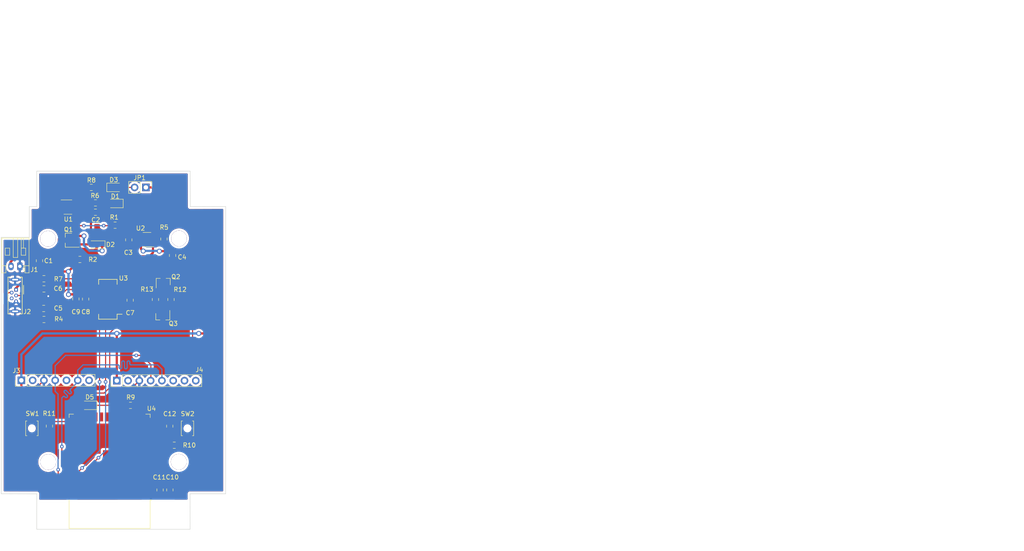
<source format=kicad_pcb>
(kicad_pcb (version 20171130) (host pcbnew "(5.1.9)-1")
  (layers (0 F.Cu signal) (31 B.Cu signal) (34 B.Paste user) (35 F.Paste user) (36 B.SilkS user) (37 F.SilkS user) (38 B.Mask user) (39 F.Mask user) (44 Edge.Cuts user))
  (net 0 "")
  (net 1 GND)
  (net 2 +BATT)
  (net 3 VBUS)
  (net 4 VIN)
  (net 5 +3V3)
  (net 6 /D-)
  (net 7 /D+)
  (net 8 "Net-(C7-Pad1)")
  (net 9 EN)
  (net 10 "Net-(D1-Pad1)")
  (net 11 "Net-(D3-Pad2)")
  (net 12 "Net-(D3-Pad1)")
  (net 13 IO2)
  (net 14 "Net-(D5-Pad1)")
  (net 15 "Net-(J2-Pad4)")
  (net 16 "Net-(J3-Pad7)")
  (net 17 SDA)
  (net 18 "Net-(J3-Pad5)")
  (net 19 SCL)
  (net 20 "Net-(J3-Pad2)")
  (net 21 "Net-(J4-Pad8)")
  (net 22 "Net-(J4-Pad7)")
  (net 23 "Net-(J4-Pad6)")
  (net 24 "Net-(J4-Pad2)")
  (net 25 TX0)
  (net 26 RX0)
  (net 27 IO0)
  (net 28 CLK)
  (net 29 SD0)
  (net 30 SD1)
  (net 31 IO15)
  (net 32 IO4)
  (net 33 IO16)
  (net 34 IO17)
  (net 35 IO5)
  (net 36 IO18)
  (net 37 IO19)
  (net 38 IO23)
  (net 39 CMD)
  (net 40 SD3)
  (net 41 SD2)
  (net 42 IO13)
  (net 43 IO12)
  (net 44 IO14)
  (net 45 IO27)
  (net 46 IO26)
  (net 47 IO25)
  (net 48 IO33)
  (net 49 IO32)
  (net 50 IO35)
  (net 51 IO34)
  (net 52 VN)
  (net 53 VP)
  (net 54 "Net-(Q2-Pad2)")
  (net 55 ~RTS)
  (net 56 "Net-(Q3-Pad2)")
  (net 57 ~DTR)
  (net 58 "Net-(R1-Pad1)")
  (net 59 "Net-(R4-Pad2)")
  (net 60 "Net-(R5-Pad1)")
  (net 61 "Net-(R6-Pad1)")
  (net 62 "Net-(R7-Pad2)")
  (net 63 "Net-(U2-Pad4)")
  (net 64 "Net-(U3-Pad19)")
  (net 65 "Net-(U3-Pad18)")
  (net 66 "Net-(U3-Pad17)")
  (net 67 "Net-(U3-Pad10)")
  (net 68 "Net-(U3-Pad9)")
  (net 69 "Net-(U3-Pad8)")
  (net 70 "Net-(U3-Pad7)")
  (net 71 "Net-(U3-Pad5)")
  (net 72 "Net-(U4-Pad32)")
  (module Connector_JST:JST_PH_S2B-PH-K_1x02_P2.00mm_Horizontal (layer F.Cu) (at 128.63 72.42 180)
    (fp_text reference J1 (at -3.24 -0.74) (layer F.SilkS))
    (fp_text value LiPo)
    (pad 2 thru_hole oval (at 2 0 180) (size 1.2 1.75) (drill 0.75) (layers *.Cu *.Mask) (net 2 +BATT))
    (pad 1 thru_hole roundrect (at 0 0 180) (size 1.2 1.75) (drill 0.75) (layers *.Cu *.Mask) (roundrect_rratio 0.2083325) (net 1 GND))
  )
  (module RF_Module:ESP32-WROOM-32 (layer F.Cu) (at 148.83 115.6 180)
    (fp_text reference U4 (at -9.42 11.14 180) (layer F.SilkS))
    (fp_text value ESP32-WROOM-32)
    (pad 38 smd rect (at 8.5 -8.255 180) (size 2 0.9) (layers F.Cu F.Paste F.Mask) (net 1 GND))
    (pad 37 smd rect (at 8.5 -6.985 180) (size 2 0.9) (layers F.Cu F.Paste F.Mask) (net 38 IO23))
    (pad 36 smd rect (at 8.5 -5.715 180) (size 2 0.9) (layers F.Cu F.Paste F.Mask) (net 19 SCL))
    (pad 35 smd rect (at 8.5 -4.445 180) (size 2 0.9) (layers F.Cu F.Paste F.Mask) (net 25 TX0))
    (pad 34 smd rect (at 8.5 -3.175 180) (size 2 0.9) (layers F.Cu F.Paste F.Mask) (net 26 RX0))
    (pad 33 smd rect (at 8.5 -1.905 180) (size 2 0.9) (layers F.Cu F.Paste F.Mask) (net 17 SDA))
    (pad 32 smd rect (at 8.5 -0.635 180) (size 2 0.9) (layers F.Cu F.Paste F.Mask) (net 72 "Net-(U4-Pad32)"))
    (pad 31 smd rect (at 8.5 0.635 180) (size 2 0.9) (layers F.Cu F.Paste F.Mask) (net 37 IO19))
    (pad 30 smd rect (at 8.5 1.905 180) (size 2 0.9) (layers F.Cu F.Paste F.Mask) (net 36 IO18))
    (pad 29 smd rect (at 8.5 3.175 180) (size 2 0.9) (layers F.Cu F.Paste F.Mask) (net 35 IO5))
    (pad 28 smd rect (at 8.5 4.445 180) (size 2 0.9) (layers F.Cu F.Paste F.Mask) (net 34 IO17))
    (pad 27 smd rect (at 8.5 5.715 180) (size 2 0.9) (layers F.Cu F.Paste F.Mask) (net 33 IO16))
    (pad 26 smd rect (at 8.5 6.985 180) (size 2 0.9) (layers F.Cu F.Paste F.Mask) (net 32 IO4))
    (pad 25 smd rect (at 8.5 8.255 180) (size 2 0.9) (layers F.Cu F.Paste F.Mask) (net 27 IO0))
    (pad 24 smd rect (at 5.715 9.255 270) (size 2 0.9) (layers F.Cu F.Paste F.Mask) (net 13 IO2))
    (pad 23 smd rect (at 4.445 9.255 270) (size 2 0.9) (layers F.Cu F.Paste F.Mask) (net 31 IO15))
    (pad 22 smd rect (at 3.175 9.255 270) (size 2 0.9) (layers F.Cu F.Paste F.Mask) (net 30 SD1))
    (pad 21 smd rect (at 1.905 9.255 270) (size 2 0.9) (layers F.Cu F.Paste F.Mask) (net 29 SD0))
    (pad 20 smd rect (at 0.635 9.255 270) (size 2 0.9) (layers F.Cu F.Paste F.Mask) (net 28 CLK))
    (pad 19 smd rect (at -0.635 9.255 270) (size 2 0.9) (layers F.Cu F.Paste F.Mask) (net 39 CMD))
    (pad 18 smd rect (at -1.905 9.255 270) (size 2 0.9) (layers F.Cu F.Paste F.Mask) (net 40 SD3))
    (pad 17 smd rect (at -3.175 9.255 270) (size 2 0.9) (layers F.Cu F.Paste F.Mask) (net 41 SD2))
    (pad 16 smd rect (at -4.445 9.255 270) (size 2 0.9) (layers F.Cu F.Paste F.Mask) (net 42 IO13))
    (pad 15 smd rect (at -5.715 9.255 270) (size 2 0.9) (layers F.Cu F.Paste F.Mask) (net 1 GND))
    (pad 14 smd rect (at -8.5 8.255 180) (size 2 0.9) (layers F.Cu F.Paste F.Mask) (net 43 IO12))
    (pad 13 smd rect (at -8.5 6.985 180) (size 2 0.9) (layers F.Cu F.Paste F.Mask) (net 44 IO14))
    (pad 12 smd rect (at -8.5 5.715 180) (size 2 0.9) (layers F.Cu F.Paste F.Mask) (net 45 IO27))
    (pad 11 smd rect (at -8.5 4.445 180) (size 2 0.9) (layers F.Cu F.Paste F.Mask) (net 46 IO26))
    (pad 10 smd rect (at -8.5 3.175 180) (size 2 0.9) (layers F.Cu F.Paste F.Mask) (net 47 IO25))
    (pad 9 smd rect (at -8.5 1.905 180) (size 2 0.9) (layers F.Cu F.Paste F.Mask) (net 48 IO33))
    (pad 8 smd rect (at -8.5 0.635 180) (size 2 0.9) (layers F.Cu F.Paste F.Mask) (net 49 IO32))
    (pad 7 smd rect (at -8.5 -0.635 180) (size 2 0.9) (layers F.Cu F.Paste F.Mask) (net 50 IO35))
    (pad 6 smd rect (at -8.5 -1.905 180) (size 2 0.9) (layers F.Cu F.Paste F.Mask) (net 51 IO34))
    (pad 5 smd rect (at -8.5 -3.175 180) (size 2 0.9) (layers F.Cu F.Paste F.Mask) (net 52 VN))
    (pad 4 smd rect (at -8.5 -4.445 180) (size 2 0.9) (layers F.Cu F.Paste F.Mask) (net 53 VP))
    (pad 3 smd rect (at -8.5 -5.715 180) (size 2 0.9) (layers F.Cu F.Paste F.Mask) (net 9 EN))
    (pad 2 smd rect (at -8.5 -6.985 180) (size 2 0.9) (layers F.Cu F.Paste F.Mask) (net 5 +3V3))
    (pad 1 smd rect (at -8.5 -8.255 180) (size 2 0.9) (layers F.Cu F.Paste F.Mask) (net 1 GND))
    (pad 39 smd rect (at -1 -0.755 180) (size 5 5) (layers F.Cu F.Paste F.Mask) (net 1 GND))
  )
  (module Connector_USB:USB_Micro-B_Wuerth_614105150721_Vertical (layer F.Cu) (at 127.78 77.69 270)
    (fp_text reference J2 (at 4.95 -2.49 180) (layer F.SilkS))
    (fp_text value USB_B_Micro)
    (pad 6 thru_hole oval (at 4.875 0.22 270) (size 0.85 1.85) (drill oval 0.35 1.35) (layers *.Cu *.Mask) (net 1 GND))
    (pad 6 thru_hole oval (at -2.275 0.22 270) (size 0.85 1.85) (drill oval 0.35 1.35) (layers *.Cu *.Mask) (net 1 GND))
    (pad 5 thru_hole circle (at 2.6 0 270) (size 0.84 0.84) (drill 0.44) (layers *.Cu *.Mask) (net 1 GND))
    (pad 4 thru_hole circle (at 1.95 1 270) (size 0.84 0.84) (drill 0.44) (layers *.Cu *.Mask) (net 15 "Net-(J2-Pad4)"))
    (pad 3 thru_hole circle (at 1.3 0 270) (size 0.84 0.84) (drill 0.44) (layers *.Cu *.Mask) (net 7 /D+))
    (pad 2 thru_hole circle (at 0.65 1 270) (size 0.84 0.84) (drill 0.44) (layers *.Cu *.Mask) (net 6 /D-))
    (pad 1 thru_hole rect (at 0 0 270) (size 0.84 0.84) (drill 0.44) (layers *.Cu *.Mask) (net 3 VBUS))
  )
  (module Connector_PinHeader_2.54mm:PinHeader_1x02_P2.54mm_Vertical (layer F.Cu) (at 156.99 54.64 270)
    (fp_text reference JP1 (at -2.17 1.41 180) (layer F.SilkS))
    (fp_text value SJ)
    (pad 2 thru_hole oval (at 0 2.54 270) (size 1.7 1.7) (drill 1) (layers *.Cu *.Mask) (net 11 "Net-(D3-Pad2)"))
    (pad 1 thru_hole rect (at 0 0 270) (size 1.7 1.7) (drill 1) (layers *.Cu *.Mask) (net 5 +3V3))
  )
  (module Resistor_SMD:R_0805_2012Metric_Pad1.15x1.40mm_HandSolder (layer F.Cu) (at 159.14 79.89 90)
    (fp_text reference R13 (at 2.29644 -1.88384) (layer F.SilkS))
    (fp_text value 10K)
    (pad 2 smd roundrect (at 1.025 0 90) (size 1.15 1.4) (layers F.Cu F.Paste F.Mask) (roundrect_rratio 0.2173904347826087) (net 55 ~RTS))
    (pad 1 smd roundrect (at -1.025 0 90) (size 1.15 1.4) (layers F.Cu F.Paste F.Mask) (roundrect_rratio 0.2173904347826087) (net 56 "Net-(Q3-Pad2)"))
  )
  (module Capacitor_SMD:C_0805_2012Metric_Pad1.15x1.40mm_HandSolder (layer F.Cu) (at 134.042 77.502)
    (fp_text reference C6 (at 3.188 -0.082) (layer F.SilkS))
    (fp_text value 47pF/16V)
    (pad 2 smd roundrect (at 1.025 0) (size 1.15 1.4) (layers F.Cu F.Paste F.Mask) (roundrect_rratio 0.2173904347826087) (net 1 GND))
    (pad 1 smd roundrect (at -1.025 0) (size 1.15 1.4) (layers F.Cu F.Paste F.Mask) (roundrect_rratio 0.2173904347826087) (net 7 /D+))
  )
  (module Package_SO:SSOP-20_3.9x8.7mm_P0.635mm (layer F.Cu) (at 148.44 79.844 180)
    (fp_text reference U3 (at -3.5 4.75) (layer F.SilkS))
    (fp_text value FT231XS)
    (pad 20 smd rect (at 2.6 -2.8575 180) (size 1.2 0.4) (layers F.Cu F.Paste F.Mask) (net 26 RX0))
    (pad 19 smd rect (at 2.6 -2.2225 180) (size 1.2 0.4) (layers F.Cu F.Paste F.Mask) (net 64 "Net-(U3-Pad19)"))
    (pad 18 smd rect (at 2.6 -1.5875 180) (size 1.2 0.4) (layers F.Cu F.Paste F.Mask) (net 65 "Net-(U3-Pad18)"))
    (pad 17 smd rect (at 2.6 -0.9525 180) (size 1.2 0.4) (layers F.Cu F.Paste F.Mask) (net 66 "Net-(U3-Pad17)"))
    (pad 16 smd rect (at 2.6 -0.3175 180) (size 1.2 0.4) (layers F.Cu F.Paste F.Mask) (net 1 GND))
    (pad 15 smd rect (at 2.6 0.3175 180) (size 1.2 0.4) (layers F.Cu F.Paste F.Mask) (net 3 VBUS))
    (pad 14 smd rect (at 2.6 0.9525 180) (size 1.2 0.4) (layers F.Cu F.Paste F.Mask) (net 8 "Net-(C7-Pad1)"))
    (pad 13 smd rect (at 2.6 1.5875 180) (size 1.2 0.4) (layers F.Cu F.Paste F.Mask) (net 8 "Net-(C7-Pad1)"))
    (pad 12 smd rect (at 2.6 2.2225 180) (size 1.2 0.4) (layers F.Cu F.Paste F.Mask) (net 59 "Net-(R4-Pad2)"))
    (pad 11 smd rect (at 2.6 2.8575 180) (size 1.2 0.4) (layers F.Cu F.Paste F.Mask) (net 62 "Net-(R7-Pad2)"))
    (pad 10 smd rect (at -2.6 2.8575 180) (size 1.2 0.4) (layers F.Cu F.Paste F.Mask) (net 67 "Net-(U3-Pad10)"))
    (pad 9 smd rect (at -2.6 2.2225 180) (size 1.2 0.4) (layers F.Cu F.Paste F.Mask) (net 68 "Net-(U3-Pad9)"))
    (pad 8 smd rect (at -2.6 1.5875 180) (size 1.2 0.4) (layers F.Cu F.Paste F.Mask) (net 69 "Net-(U3-Pad8)"))
    (pad 7 smd rect (at -2.6 0.9525 180) (size 1.2 0.4) (layers F.Cu F.Paste F.Mask) (net 70 "Net-(U3-Pad7)"))
    (pad 6 smd rect (at -2.6 0.3175 180) (size 1.2 0.4) (layers F.Cu F.Paste F.Mask) (net 1 GND))
    (pad 5 smd rect (at -2.6 -0.3175 180) (size 1.2 0.4) (layers F.Cu F.Paste F.Mask) (net 71 "Net-(U3-Pad5)"))
    (pad 4 smd rect (at -2.6 -0.9525 180) (size 1.2 0.4) (layers F.Cu F.Paste F.Mask) (net 25 TX0))
    (pad 3 smd rect (at -2.6 -1.5875 180) (size 1.2 0.4) (layers F.Cu F.Paste F.Mask) (net 8 "Net-(C7-Pad1)"))
    (pad 2 smd rect (at -2.6 -2.2225 180) (size 1.2 0.4) (layers F.Cu F.Paste F.Mask) (net 55 ~RTS))
    (pad 1 smd rect (at -2.6 -2.8575 180) (size 1.2 0.4) (layers F.Cu F.Paste F.Mask) (net 57 ~DTR))
  )
  (module Package_TO_SOT_SMD:SOT-23-5_HandSoldering (layer F.Cu) (at 157.238 66.397 180)
    (fp_text reference U2 (at 1.448 2.557) (layer F.SilkS))
    (fp_text value AP2112K-3.3)
    (pad 5 smd rect (at 1.35 -0.95 180) (size 1.56 0.65) (layers F.Cu F.Paste F.Mask) (net 5 +3V3))
    (pad 4 smd rect (at 1.35 0.95 180) (size 1.56 0.65) (layers F.Cu F.Paste F.Mask) (net 63 "Net-(U2-Pad4)"))
    (pad 3 smd rect (at -1.35 0.95 180) (size 1.56 0.65) (layers F.Cu F.Paste F.Mask) (net 60 "Net-(R5-Pad1)"))
    (pad 2 smd rect (at -1.35 0 180) (size 1.56 0.65) (layers F.Cu F.Paste F.Mask) (net 1 GND))
    (pad 1 smd rect (at -1.35 -0.95 180) (size 1.56 0.65) (layers F.Cu F.Paste F.Mask) (net 4 VIN))
  )
  (module Package_TO_SOT_SMD:SOT-23-5_HandSoldering (layer F.Cu) (at 139.44 59.07)
    (fp_text reference U1 (at 0.1 2.75) (layer F.SilkS))
    (fp_text value MCP73831)
    (pad 5 smd rect (at 1.35 -0.95) (size 1.56 0.65) (layers F.Cu F.Paste F.Mask) (net 61 "Net-(R6-Pad1)"))
    (pad 4 smd rect (at 1.35 0.95) (size 1.56 0.65) (layers F.Cu F.Paste F.Mask) (net 3 VBUS))
    (pad 3 smd rect (at -1.35 0.95) (size 1.56 0.65) (layers F.Cu F.Paste F.Mask) (net 2 +BATT))
    (pad 2 smd rect (at -1.35 0) (size 1.56 0.65) (layers F.Cu F.Paste F.Mask) (net 1 GND))
    (pad 1 smd rect (at -1.35 -0.95) (size 1.56 0.65) (layers F.Cu F.Paste F.Mask) (net 58 "Net-(R1-Pad1)"))
  )
  (module Button_Switch_SMD:SW_SPST_B3U-1000P-B (layer F.Cu) (at 166.35 108.92 270)
    (fp_text reference SW2 (at -3.273 -0.0348 180) (layer F.SilkS))
    (fp_text value Switch)
    (pad "" np_thru_hole circle (at 0 0 270) (size 0.8 0.8) (drill 0.8) (layers *.Cu *.Mask))
    (pad 2 smd rect (at 1.7 0 270) (size 0.9 1.7) (layers F.Cu F.Paste F.Mask) (net 9 EN))
    (pad 1 smd rect (at -1.7 0 270) (size 0.9 1.7) (layers F.Cu F.Paste F.Mask) (net 1 GND))
  )
  (module Button_Switch_SMD:SW_SPST_B3U-1000P-B (layer F.Cu) (at 131.33 108.915 90)
    (fp_text reference SW1 (at 3.31216 0.1306 180) (layer F.SilkS))
    (fp_text value Switch)
    (pad "" np_thru_hole circle (at 0 0 90) (size 0.8 0.8) (drill 0.8) (layers *.Cu *.Mask))
    (pad 2 smd rect (at 1.7 0 90) (size 0.9 1.7) (layers F.Cu F.Paste F.Mask) (net 27 IO0))
    (pad 1 smd rect (at -1.7 0 90) (size 0.9 1.7) (layers F.Cu F.Paste F.Mask) (net 1 GND))
  )
  (module Resistor_SMD:R_0805_2012Metric_Pad1.15x1.40mm_HandSolder (layer F.Cu) (at 162.64 79.89 90)
    (fp_text reference R12 (at 2.24564 2.05328 180) (layer F.SilkS))
    (fp_text value 10K)
    (pad 2 smd roundrect (at 1.025 0 90) (size 1.15 1.4) (layers F.Cu F.Paste F.Mask) (roundrect_rratio 0.2173904347826087) (net 54 "Net-(Q2-Pad2)"))
    (pad 1 smd roundrect (at -1.025 0 90) (size 1.15 1.4) (layers F.Cu F.Paste F.Mask) (roundrect_rratio 0.2173904347826087) (net 57 ~DTR))
  )
  (module Resistor_SMD:R_0805_2012Metric_Pad1.15x1.40mm_HandSolder (layer F.Cu) (at 135.28 108.407 270)
    (fp_text reference R11 (at -2.83464 0.03988 180) (layer F.SilkS))
    (fp_text value 10K)
    (pad 2 smd roundrect (at 1.025 0 270) (size 1.15 1.4) (layers F.Cu F.Paste F.Mask) (roundrect_rratio 0.2173904347826087) (net 5 +3V3))
    (pad 1 smd roundrect (at -1.025 0 270) (size 1.15 1.4) (layers F.Cu F.Paste F.Mask) (roundrect_rratio 0.2173904347826087) (net 27 IO0))
  )
  (module Resistor_SMD:R_0805_2012Metric_Pad1.15x1.40mm_HandSolder (layer F.Cu) (at 163.38 112.72 180)
    (fp_text reference R10 (at -3.39 0 180) (layer F.SilkS))
    (fp_text value 10K)
    (pad 2 smd roundrect (at 1.025 0 180) (size 1.15 1.4) (layers F.Cu F.Paste F.Mask) (roundrect_rratio 0.2173904347826087) (net 9 EN))
    (pad 1 smd roundrect (at -1.025 0 180) (size 1.15 1.4) (layers F.Cu F.Paste F.Mask) (roundrect_rratio 0.2173904347826087) (net 5 +3V3))
  )
  (module Resistor_SMD:R_0805_2012Metric_Pad1.15x1.40mm_HandSolder (layer F.Cu) (at 153.525 103.74)
    (fp_text reference R9 (at 0.04976 -1.81368) (layer F.SilkS))
    (fp_text value 1K)
    (pad 2 smd roundrect (at 1.025 0) (size 1.15 1.4) (layers F.Cu F.Paste F.Mask) (roundrect_rratio 0.2173904347826087) (net 1 GND))
    (pad 1 smd roundrect (at -1.025 0) (size 1.15 1.4) (layers F.Cu F.Paste F.Mask) (roundrect_rratio 0.2173904347826087) (net 14 "Net-(D5-Pad1)"))
  )
  (module Resistor_SMD:R_0805_2012Metric_Pad1.15x1.40mm_HandSolder (layer F.Cu) (at 144.7 54.64 180)
    (fp_text reference R8 (at -0.03 1.62) (layer F.SilkS))
    (fp_text value 1K)
    (pad 2 smd roundrect (at 1.025 0 180) (size 1.15 1.4) (layers F.Cu F.Paste F.Mask) (roundrect_rratio 0.2173904347826087) (net 1 GND))
    (pad 1 smd roundrect (at -1.025 0 180) (size 1.15 1.4) (layers F.Cu F.Paste F.Mask) (roundrect_rratio 0.2173904347826087) (net 12 "Net-(D3-Pad1)"))
  )
  (module Resistor_SMD:R_0805_2012Metric_Pad1.15x1.40mm_HandSolder (layer F.Cu) (at 134.042 75.216)
    (fp_text reference R7 (at 3.248 0.064) (layer F.SilkS))
    (fp_text value 27)
    (pad 2 smd roundrect (at 1.025 0) (size 1.15 1.4) (layers F.Cu F.Paste F.Mask) (roundrect_rratio 0.2173904347826087) (net 62 "Net-(R7-Pad2)"))
    (pad 1 smd roundrect (at -1.025 0) (size 1.15 1.4) (layers F.Cu F.Paste F.Mask) (roundrect_rratio 0.2173904347826087) (net 7 /D+))
  )
  (module Resistor_SMD:R_0805_2012Metric_Pad1.15x1.40mm_HandSolder (layer F.Cu) (at 145.64 58.13)
    (fp_text reference R6 (at -0.1 -1.62) (layer F.SilkS))
    (fp_text value 2.0K)
    (pad 2 smd roundrect (at 1.025 0) (size 1.15 1.4) (layers F.Cu F.Paste F.Mask) (roundrect_rratio 0.2173904347826087) (net 1 GND))
    (pad 1 smd roundrect (at -1.025 0) (size 1.15 1.4) (layers F.Cu F.Paste F.Mask) (roundrect_rratio 0.2173904347826087) (net 61 "Net-(R6-Pad1)"))
  )
  (module Resistor_SMD:R_0805_2012Metric_Pad1.15x1.40mm_HandSolder (layer F.Cu) (at 161.048 66.27 270)
    (fp_text reference R5 (at -2.63 -0.042 180) (layer F.SilkS))
    (fp_text value 100K)
    (pad 2 smd roundrect (at 1.025 0 270) (size 1.15 1.4) (layers F.Cu F.Paste F.Mask) (roundrect_rratio 0.2173904347826087) (net 4 VIN))
    (pad 1 smd roundrect (at -1.025 0 270) (size 1.15 1.4) (layers F.Cu F.Paste F.Mask) (roundrect_rratio 0.2173904347826087) (net 60 "Net-(R5-Pad1)"))
  )
  (module Resistor_SMD:R_0805_2012Metric_Pad1.15x1.40mm_HandSolder (layer F.Cu) (at 134.05 84.396)
    (fp_text reference R4 (at 3.325 -0.1) (layer F.SilkS))
    (fp_text value 27)
    (pad 2 smd roundrect (at 1.025 0) (size 1.15 1.4) (layers F.Cu F.Paste F.Mask) (roundrect_rratio 0.2173904347826087) (net 59 "Net-(R4-Pad2)"))
    (pad 1 smd roundrect (at -1.025 0) (size 1.15 1.4) (layers F.Cu F.Paste F.Mask) (roundrect_rratio 0.2173904347826087) (net 6 /D-))
  )
  (module Resistor_SMD:R_0805_2012Metric_Pad1.15x1.40mm_HandSolder (layer F.Cu) (at 142.14 70.87 180)
    (fp_text reference R2 (at -2.91 -0.01) (layer F.SilkS))
    (fp_text value 10K)
    (pad 2 smd roundrect (at 1.025 0 180) (size 1.15 1.4) (layers F.Cu F.Paste F.Mask) (roundrect_rratio 0.2173904347826087) (net 3 VBUS))
    (pad 1 smd roundrect (at -1.025 0 180) (size 1.15 1.4) (layers F.Cu F.Paste F.Mask) (roundrect_rratio 0.2173904347826087) (net 1 GND))
  )
  (module Resistor_SMD:R_0805_2012Metric_Pad1.15x1.40mm_HandSolder (layer F.Cu) (at 150.06 63.15)
    (fp_text reference R1 (at -0.195 -1.78) (layer F.SilkS))
    (fp_text value 1K)
    (pad 2 smd roundrect (at 1.025 0) (size 1.15 1.4) (layers F.Cu F.Paste F.Mask) (roundrect_rratio 0.2173904347826087) (net 10 "Net-(D1-Pad1)"))
    (pad 1 smd roundrect (at -1.025 0) (size 1.15 1.4) (layers F.Cu F.Paste F.Mask) (roundrect_rratio 0.2173904347826087) (net 58 "Net-(R1-Pad1)"))
  )
  (module Package_TO_SOT_SMD:SOT-23 (layer F.Cu) (at 160.802 83.74 270)
    (fp_text reference Q3 (at 1.57516 -2.34696 180) (layer F.SilkS))
    (fp_text value S8050)
    (pad 3 smd rect (at 1 0 270) (size 0.9 0.8) (layers F.Cu F.Paste F.Mask) (net 27 IO0))
    (pad 2 smd rect (at -1 0.95 270) (size 0.9 0.8) (layers F.Cu F.Paste F.Mask) (net 56 "Net-(Q3-Pad2)"))
    (pad 1 smd rect (at -1 -0.95 270) (size 0.9 0.8) (layers F.Cu F.Paste F.Mask) (net 57 ~DTR))
  )
  (module Package_TO_SOT_SMD:SOT-23 (layer F.Cu) (at 160.89 75.89 90)
    (fp_text reference Q2 (at 1.10568 2.83808 180) (layer F.SilkS))
    (fp_text value S8050)
    (pad 3 smd rect (at 1 0 90) (size 0.9 0.8) (layers F.Cu F.Paste F.Mask) (net 9 EN))
    (pad 2 smd rect (at -1 0.95 90) (size 0.9 0.8) (layers F.Cu F.Paste F.Mask) (net 54 "Net-(Q2-Pad2)"))
    (pad 1 smd rect (at -1 -0.95 90) (size 0.9 0.8) (layers F.Cu F.Paste F.Mask) (net 55 ~RTS))
  )
  (module Package_TO_SOT_SMD:SOT-23_Handsoldering (layer F.Cu) (at 139.6 66.53 180)
    (fp_text reference Q1 (at 0.04 2.4) (layer F.SilkS))
    (fp_text value 2.5A/30V)
    (pad 3 smd rect (at 1.5 0 180) (size 1.9 0.8) (layers F.Cu F.Paste F.Mask) (net 2 +BATT))
    (pad 2 smd rect (at -1.5 0.95 180) (size 1.9 0.8) (layers F.Cu F.Paste F.Mask) (net 4 VIN))
    (pad 1 smd rect (at -1.5 -0.95 180) (size 1.9 0.8) (layers F.Cu F.Paste F.Mask) (net 3 VBUS))
  )
  (module Connector_PinHeader_2.54mm:PinHeader_1x08_P2.54mm_Vertical (layer F.Cu) (at 150.44 98.17 90)
    (fp_text reference J4 (at 2.4376 18.594 180) (layer F.SilkS))
    (fp_text value LIS3DH)
    (pad 8 thru_hole oval (at 0 17.78 90) (size 1.7 1.7) (drill 1) (layers *.Cu *.Mask) (net 21 "Net-(J4-Pad8)"))
    (pad 7 thru_hole oval (at 0 15.24 90) (size 1.7 1.7) (drill 1) (layers *.Cu *.Mask) (net 22 "Net-(J4-Pad7)"))
    (pad 6 thru_hole oval (at 0 12.7 90) (size 1.7 1.7) (drill 1) (layers *.Cu *.Mask) (net 23 "Net-(J4-Pad6)"))
    (pad 5 thru_hole oval (at 0 10.16 90) (size 1.7 1.7) (drill 1) (layers *.Cu *.Mask) (net 17 SDA))
    (pad 4 thru_hole oval (at 0 7.62 90) (size 1.7 1.7) (drill 1) (layers *.Cu *.Mask) (net 19 SCL))
    (pad 3 thru_hole oval (at 0 5.08 90) (size 1.7 1.7) (drill 1) (layers *.Cu *.Mask) (net 1 GND))
    (pad 2 thru_hole oval (at 0 2.54 90) (size 1.7 1.7) (drill 1) (layers *.Cu *.Mask) (net 24 "Net-(J4-Pad2)"))
    (pad 1 thru_hole rect (at 0 0 90) (size 1.7 1.7) (drill 1) (layers *.Cu *.Mask) (net 5 +3V3))
  )
  (module Connector_PinHeader_2.54mm:PinHeader_1x07_P2.54mm_Vertical (layer F.Cu) (at 128.96 98.1 90)
    (fp_text reference J3 (at 2.18 -1.1 180) (layer F.SilkS))
    (fp_text value BME680)
    (pad 7 thru_hole oval (at 0 15.24 90) (size 1.7 1.7) (drill 1) (layers *.Cu *.Mask) (net 16 "Net-(J3-Pad7)"))
    (pad 6 thru_hole oval (at 0 12.7 90) (size 1.7 1.7) (drill 1) (layers *.Cu *.Mask) (net 17 SDA))
    (pad 5 thru_hole oval (at 0 10.16 90) (size 1.7 1.7) (drill 1) (layers *.Cu *.Mask) (net 18 "Net-(J3-Pad5)"))
    (pad 4 thru_hole oval (at 0 7.62 90) (size 1.7 1.7) (drill 1) (layers *.Cu *.Mask) (net 19 SCL))
    (pad 3 thru_hole oval (at 0 5.08 90) (size 1.7 1.7) (drill 1) (layers *.Cu *.Mask) (net 1 GND))
    (pad 2 thru_hole oval (at 0 2.54 90) (size 1.7 1.7) (drill 1) (layers *.Cu *.Mask) (net 20 "Net-(J3-Pad2)"))
    (pad 1 thru_hole rect (at 0 0 90) (size 1.7 1.7) (drill 1) (layers *.Cu *.Mask) (net 5 +3V3))
  )
  (module LED_SMD:LED_0805_2012Metric_Pad1.15x1.40mm_HandSolder (layer F.Cu) (at 144.135 103.73 180)
    (fp_text reference D5 (at -0.21056 1.84496) (layer F.SilkS))
    (fp_text value Blue)
    (pad 2 smd roundrect (at 1.025 0 180) (size 1.15 1.4) (layers F.Cu F.Paste F.Mask) (roundrect_rratio 0.2173904347826087) (net 13 IO2))
    (pad 1 smd roundrect (at -1.025 0 180) (size 1.15 1.4) (layers F.Cu F.Paste F.Mask) (roundrect_rratio 0.2173904347826087) (net 14 "Net-(D5-Pad1)"))
  )
  (module LED_SMD:LED_0805_2012Metric_Pad1.15x1.40mm_HandSolder (layer F.Cu) (at 150.05 54.64)
    (fp_text reference D3 (at -0.29 -1.71) (layer F.SilkS))
    (fp_text value Yellow)
    (pad 2 smd roundrect (at 1.025 0) (size 1.15 1.4) (layers F.Cu F.Paste F.Mask) (roundrect_rratio 0.2173904347826087) (net 11 "Net-(D3-Pad2)"))
    (pad 1 smd roundrect (at -1.025 0) (size 1.15 1.4) (layers F.Cu F.Paste F.Mask) (roundrect_rratio 0.2173904347826087) (net 12 "Net-(D3-Pad1)"))
  )
  (module Diode_SMD:D_SOD-323_HandSoldering (layer F.Cu) (at 145.9 67.53 180)
    (fp_text reference D2 (at -3.11756 0.01768) (layer F.SilkS))
    (fp_text value 1A/23V/620mV)
    (pad 2 smd rect (at 1.25 0 180) (size 1 1) (layers F.Cu F.Paste F.Mask) (net 3 VBUS))
    (pad 1 smd rect (at -1.25 0 180) (size 1 1) (layers F.Cu F.Paste F.Mask) (net 4 VIN))
  )
  (module LED_SMD:LED_0805_2012Metric_Pad1.15x1.40mm_HandSolder (layer F.Cu) (at 150.02 58.26 180)
    (fp_text reference D1 (at -0.075 1.62) (layer F.SilkS))
    (fp_text value Green)
    (pad 2 smd roundrect (at 1.025 0 180) (size 1.15 1.4) (layers F.Cu F.Paste F.Mask) (roundrect_rratio 0.2173904347826087) (net 3 VBUS))
    (pad 1 smd roundrect (at -1.025 0 180) (size 1.15 1.4) (layers F.Cu F.Paste F.Mask) (roundrect_rratio 0.2173904347826087) (net 10 "Net-(D1-Pad1)"))
  )
  (module Capacitor_SMD:C_0805_2012Metric_Pad1.15x1.40mm_HandSolder (layer F.Cu) (at 162.36 108.425 90)
    (fp_text reference C12 (at 2.775 0 180) (layer F.SilkS))
    (fp_text value 0.1uF/50V)
    (pad 2 smd roundrect (at 1.025 0 90) (size 1.15 1.4) (layers F.Cu F.Paste F.Mask) (roundrect_rratio 0.2173904347826087) (net 1 GND))
    (pad 1 smd roundrect (at -1.025 0 90) (size 1.15 1.4) (layers F.Cu F.Paste F.Mask) (roundrect_rratio 0.2173904347826087) (net 9 EN))
  )
  (module Capacitor_SMD:C_0805_2012Metric_Pad1.15x1.40mm_HandSolder (layer F.Cu) (at 160.18 122.8 270)
    (fp_text reference C11 (at -2.86 0.16 180) (layer F.SilkS))
    (fp_text value 10uF/10V)
    (pad 2 smd roundrect (at 1.025 0 270) (size 1.15 1.4) (layers F.Cu F.Paste F.Mask) (roundrect_rratio 0.2173904347826087) (net 1 GND))
    (pad 1 smd roundrect (at -1.025 0 270) (size 1.15 1.4) (layers F.Cu F.Paste F.Mask) (roundrect_rratio 0.2173904347826087) (net 5 +3V3))
  )
  (module Capacitor_SMD:C_0805_2012Metric_Pad1.15x1.40mm_HandSolder (layer F.Cu) (at 162.39 122.79 270)
    (fp_text reference C10 (at -2.87 -0.54) (layer F.SilkS))
    (fp_text value 0.1uF/50V)
    (pad 2 smd roundrect (at 1.025 0 270) (size 1.15 1.4) (layers F.Cu F.Paste F.Mask) (roundrect_rratio 0.2173904347826087) (net 1 GND))
    (pad 1 smd roundrect (at -1.025 0 270) (size 1.15 1.4) (layers F.Cu F.Paste F.Mask) (roundrect_rratio 0.2173904347826087) (net 5 +3V3))
  )
  (module Capacitor_SMD:C_0805_2012Metric_Pad1.15x1.40mm_HandSolder (layer F.Cu) (at 141.23 79.765 270)
    (fp_text reference C9 (at 2.915 -0.01 180) (layer F.SilkS))
    (fp_text value 4.7uF/6.3V)
    (pad 2 smd roundrect (at 1.025 0 270) (size 1.15 1.4) (layers F.Cu F.Paste F.Mask) (roundrect_rratio 0.2173904347826087) (net 1 GND))
    (pad 1 smd roundrect (at -1.025 0 270) (size 1.15 1.4) (layers F.Cu F.Paste F.Mask) (roundrect_rratio 0.2173904347826087) (net 3 VBUS))
  )
  (module Capacitor_SMD:C_0805_2012Metric_Pad1.15x1.40mm_HandSolder (layer F.Cu) (at 143.43 79.795 270)
    (fp_text reference C8 (at 2.885 -0.03 180) (layer F.SilkS))
    (fp_text value 0.1uF/50V)
    (pad 2 smd roundrect (at 1.025 0 270) (size 1.15 1.4) (layers F.Cu F.Paste F.Mask) (roundrect_rratio 0.2173904347826087) (net 1 GND))
    (pad 1 smd roundrect (at -1.025 0 270) (size 1.15 1.4) (layers F.Cu F.Paste F.Mask) (roundrect_rratio 0.2173904347826087) (net 3 VBUS))
  )
  (module Capacitor_SMD:C_0805_2012Metric_Pad1.15x1.40mm_HandSolder (layer F.Cu) (at 153.45 80.055 90)
    (fp_text reference C7 (at -2.85 0 180) (layer F.SilkS))
    (fp_text value 0.1uF/50V)
    (pad 2 smd roundrect (at 1.025 0 90) (size 1.15 1.4) (layers F.Cu F.Paste F.Mask) (roundrect_rratio 0.2173904347826087) (net 1 GND))
    (pad 1 smd roundrect (at -1.025 0 90) (size 1.15 1.4) (layers F.Cu F.Paste F.Mask) (roundrect_rratio 0.2173904347826087) (net 8 "Net-(C7-Pad1)"))
  )
  (module Capacitor_SMD:C_0805_2012Metric_Pad1.15x1.40mm_HandSolder (layer F.Cu) (at 133.99 81.91)
    (fp_text reference C5 (at 3.275 -0.05) (layer F.SilkS))
    (fp_text value 47pF/16V)
    (pad 2 smd roundrect (at 1.025 0) (size 1.15 1.4) (layers F.Cu F.Paste F.Mask) (roundrect_rratio 0.2173904347826087) (net 1 GND))
    (pad 1 smd roundrect (at -1.025 0) (size 1.15 1.4) (layers F.Cu F.Paste F.Mask) (roundrect_rratio 0.2173904347826087) (net 6 /D-))
  )
  (module Capacitor_SMD:C_0805_2012Metric_Pad1.15x1.40mm_HandSolder (layer F.Cu) (at 163 69.97 270)
    (fp_text reference C4 (at 0.38 -2.15 180) (layer F.SilkS))
    (fp_text value 1.0uF/6.3V)
    (pad 2 smd roundrect (at 1.025 0 270) (size 1.15 1.4) (layers F.Cu F.Paste F.Mask) (roundrect_rratio 0.2173904347826087) (net 1 GND))
    (pad 1 smd roundrect (at -1.025 0 270) (size 1.15 1.4) (layers F.Cu F.Paste F.Mask) (roundrect_rratio 0.2173904347826087) (net 5 +3V3))
  )
  (module Capacitor_SMD:C_0805_2012Metric_Pad1.15x1.40mm_HandSolder (layer F.Cu) (at 153.14 66.46 90)
    (fp_text reference C3 (at -2.85 -0.1 180) (layer F.SilkS))
    (fp_text value 1.0uF/6.3V)
    (pad 2 smd roundrect (at 1.025 0 90) (size 1.15 1.4) (layers F.Cu F.Paste F.Mask) (roundrect_rratio 0.2173904347826087) (net 1 GND))
    (pad 1 smd roundrect (at -1.025 0 90) (size 1.15 1.4) (layers F.Cu F.Paste F.Mask) (roundrect_rratio 0.2173904347826087) (net 4 VIN))
  )
  (module Capacitor_SMD:C_0805_2012Metric_Pad1.15x1.40mm_HandSolder (layer F.Cu) (at 145.64 60.23)
    (fp_text reference C2 (at 0.065 1.74) (layer F.SilkS))
    (fp_text value 4.7uF/6.3V)
    (pad 2 smd roundrect (at 1.025 0) (size 1.15 1.4) (layers F.Cu F.Paste F.Mask) (roundrect_rratio 0.2173904347826087) (net 1 GND))
    (pad 1 smd roundrect (at -1.025 0) (size 1.15 1.4) (layers F.Cu F.Paste F.Mask) (roundrect_rratio 0.2173904347826087) (net 3 VBUS))
  )
  (module Capacitor_SMD:C_0805_2012Metric_Pad1.15x1.40mm_HandSolder (layer F.Cu) (at 133.04 71.16 270)
    (fp_text reference C1 (at 0.01 -2.03 180) (layer F.SilkS))
    (fp_text value 4.7uF/6.3V)
    (pad 2 smd roundrect (at 1.025 0 270) (size 1.15 1.4) (layers F.Cu F.Paste F.Mask) (roundrect_rratio 0.2173904347826087) (net 1 GND))
    (pad 1 smd roundrect (at -1.025 0 270) (size 1.15 1.4) (layers F.Cu F.Paste F.Mask) (roundrect_rratio 0.2173904347826087) (net 2 +BATT))
  )
  (gr_line (start 130.73 58.97) (end 130.73 65.89) (layer Edge.Cuts) (width 0.1))
  (gr_line (start 124.42 65.89) (end 130.73 65.89) (layer Edge.Cuts) (width 0.1))
  (gr_line (start 124.44 123.66) (end 124.42 65.89) (layer Edge.Cuts) (width 0.1))
  (gr_line (start 132.45 123.69) (end 124.44 123.66) (layer Edge.Cuts) (width 0.1))
  (gr_line (start 132.42 131.66) (end 132.45 123.69) (layer Edge.Cuts) (width 0.1))
  (gr_line (start 166.94 131.66) (end 132.42 131.66) (layer Edge.Cuts) (width 0.1))
  (gr_line (start 166.93 123.66) (end 166.94 131.66) (layer Edge.Cuts) (width 0.1))
  (gr_line (start 174.94 123.66) (end 166.93 123.66) (layer Edge.Cuts) (width 0.1))
  (gr_line (start 174.95 58.94) (end 174.94 123.66) (layer Edge.Cuts) (width 0.1))
  (gr_line (start 166.97 58.97) (end 174.95 58.94) (layer Edge.Cuts) (width 0.1))
  (gr_line (start 166.95 50.96) (end 166.97 58.97) (layer Edge.Cuts) (width 0.1))
  (gr_line (start 132.43 50.96) (end 166.95 50.96) (layer Edge.Cuts) (width 0.1))
  (gr_line (start 132.45 58.97) (end 132.43 50.96) (layer Edge.Cuts) (width 0.1))
  (gr_line (start 130.73 58.97) (end 132.45 58.97) (layer Edge.Cuts) (width 0.1))
  (via (at 134.96 66.2) (size 3.52) (drill 3.51) (layers F.Cu B.Cu) (net 0))
  (via (at 164.38 116.46) (size 3.52) (drill 3.51) (layers F.Cu B.Cu) (net 0))
  (via (at 135.03 116.49) (size 3.52) (drill 3.51) (layers F.Cu B.Cu) (net 0))
  (via (at 164.44 66.13) (size 3.52) (drill 3.51) (layers F.Cu B.Cu) (net 0))
  (segment (start 157.592 123.93) (end 157.606 123.944) (width 0.25) (layer F.Cu) (net 1))
  (segment (start 140.35 123.93) (end 157.592 123.93) (width 0.25) (layer F.Cu) (net 1))
  (segment (start 149.85 116.43) (end 149.85 123.826) (width 0.25) (layer F.Cu) (net 1))
  (segment (start 149.654998 80.1615) (end 150.226498 79.59) (width 0.25) (layer F.Cu) (net 1))
  (segment (start 145.84 80.1615) (end 149.654998 80.1615) (width 0.25) (layer F.Cu) (net 1))
  (segment (start 150.226498 79.59) (end 151.404 79.59) (width 0.25) (layer F.Cu) (net 1))
  (segment (start 146.685 58.11) (end 146.685 60.51968) (width 0.25) (layer F.Cu) (net 1))
  (segment (start 146.685 60.51968) (end 146.67552 60.52916) (width 0.25) (layer F.Cu) (net 1))
  (segment (start 137.9938 59.0458) (end 138.07 59.122) (width 0.25) (layer F.Cu) (net 1))
  (segment (start 152.929 65.38216) (end 152.94032 65.37084) (width 0.25) (layer F.Cu) (net 1))
  (segment (start 152.80316 65.36692) (end 153.23104 65.36692) (width 0.5) (layer F.Cu) (net 1))
  (segment (start 153.23104 65.36692) (end 154.23572 66.3716) (width 0.5) (layer F.Cu) (net 1))
  (segment (start 154.23572 66.3716) (end 158.58928 66.3716) (width 0.5) (layer F.Cu) (net 1))
  (segment (start 154.55 103.74) (end 154.55 106.27) (width 0.25) (layer F.Cu) (net 1))
  (segment (start 154.55 106.27) (end 154.39 106.43) (width 0.25) (layer F.Cu) (net 1))
  (segment (start 162.36 107.4) (end 166 107.4) (width 0.25) (layer F.Cu) (net 1))
  (segment (start 166 107.4) (end 166.1 107.3) (width 0.25) (layer F.Cu) (net 1))
  (segment (start 154.55 103.74) (end 154.55 99.13) (width 0.25) (layer F.Cu) (net 1))
  (segment (start 154.55 99.13) (end 155.58 98.1) (width 0.25) (layer F.Cu) (net 1))
  (segment (start 127.56 75.415) (end 127.095 75.415) (width 0.25) (layer F.Cu) (net 1))
  (segment (start 127.78 82.51) (end 127.75 82.54) (width 0.25) (layer F.Cu) (net 1))
  (segment (start 145.0915 80.1615) (end 144.99 80.1615) (width 0.25) (layer F.Cu) (net 1))
  (segment (start 145.84 80.1615) (end 145.0915 80.1615) (width 0.25) (layer F.Cu) (net 1))
  (segment (start 144.9685 80.1615) (end 145.0915 80.1615) (width 0.25) (layer F.Cu) (net 1))
  (segment (start 144.31 80.82) (end 144.9685 80.1615) (width 0.25) (layer F.Cu) (net 1))
  (segment (start 143.43 80.82) (end 144.31 80.82) (width 0.25) (layer F.Cu) (net 1))
  (segment (start 143.43 80.82) (end 141.36 80.82) (width 0.25) (layer F.Cu) (net 1))
  (segment (start 141.36 80.82) (end 141.32 80.78) (width 0.25) (layer F.Cu) (net 1))
  (segment (start 162.27 123.9) (end 162.33 123.84) (width 0.25) (layer F.Cu) (net 1))
  (segment (start 157.49 123.9) (end 162.27 123.9) (width 0.25) (layer F.Cu) (net 1))
  (segment (start 157.43 123.84) (end 157.49 123.9) (width 0.25) (layer F.Cu) (net 1))
  (segment (start 129.89 109.175) (end 131.33 110.615) (width 0.25) (layer F.Cu) (net 1))
  (segment (start 129.89 102.25) (end 129.89 109.175) (width 0.25) (layer F.Cu) (net 1))
  (segment (start 134.04 98.1) (end 129.89 102.25) (width 0.25) (layer F.Cu) (net 1))
  (segment (start 127.56 82.565) (end 129.305 82.565) (width 0.25) (layer B.Cu) (net 1))
  (segment (start 129.305 82.565) (end 131.89 79.98) (width 0.25) (layer B.Cu) (net 1))
  (via (at 135.02 79.14) (size 0.8) (drill 0.4) (layers F.Cu B.Cu) (net 1))
  (segment (start 134.18 79.98) (end 135.02 79.14) (width 0.25) (layer B.Cu) (net 1))
  (segment (start 131.89 79.98) (end 134.18 79.98) (width 0.25) (layer B.Cu) (net 1))
  (segment (start 135.02 77.549) (end 135.067 77.502) (width 0.25) (layer F.Cu) (net 1))
  (segment (start 135.02 79.14) (end 135.02 77.549) (width 0.25) (layer F.Cu) (net 1))
  (segment (start 152.765 79.59) (end 151.15 79.59) (width 0.25) (layer F.Cu) (net 1))
  (segment (start 153.22 79.135) (end 152.765 79.59) (width 0.25) (layer F.Cu) (net 1))
  (segment (start 128.63 72.42) (end 132.9 72.42) (width 0.25) (layer F.Cu) (net 1))
  (segment (start 132.9 72.42) (end 133.06 72.26) (width 0.25) (layer F.Cu) (net 1))
  (segment (start 152.86 65.13) (end 153.19 65.46) (width 0.25) (layer F.Cu) (net 1))
  (segment (start 137.01 59.07) (end 138.09 59.07) (width 0.25) (layer F.Cu) (net 1))
  (segment (start 136.43 58.49) (end 137.01 59.07) (width 0.25) (layer F.Cu) (net 1))
  (segment (start 136.43 56.97) (end 136.43 58.49) (width 0.25) (layer F.Cu) (net 1))
  (segment (start 137.27 56.13) (end 136.43 56.97) (width 0.25) (layer F.Cu) (net 1))
  (segment (start 146.63 57.03) (end 145.73 56.13) (width 0.25) (layer F.Cu) (net 1))
  (segment (start 145.73 56.13) (end 137.27 56.13) (width 0.25) (layer F.Cu) (net 1))
  (segment (start 146.63 58.095) (end 146.63 57.03) (width 0.25) (layer F.Cu) (net 1))
  (segment (start 146.665 58.13) (end 146.63 58.095) (width 0.25) (layer F.Cu) (net 1))
  (segment (start 138.09 60.02) (end 138.09 66.54) (width 0.5) (layer F.Cu) (net 2))
  (segment (start 138.09 66.54) (end 138.12 66.57) (width 0.5) (layer F.Cu) (net 2))
  (segment (start 132.76 70.19) (end 132.96 70.39) (width 0.5) (layer F.Cu) (net 2))
  (segment (start 127.78 70.19) (end 132.76 70.19) (width 0.5) (layer F.Cu) (net 2))
  (segment (start 126.52 71.45) (end 127.78 70.19) (width 0.5) (layer F.Cu) (net 2))
  (segment (start 126.52 72.27) (end 126.52 71.45) (width 0.5) (layer F.Cu) (net 2))
  (segment (start 138.1 66.53) (end 138.1 69.2) (width 0.5) (layer F.Cu) (net 2))
  (segment (start 138.1 69.2) (end 137.12 70.18) (width 0.5) (layer F.Cu) (net 2))
  (segment (start 137.12 70.18) (end 133.14 70.18) (width 0.5) (layer F.Cu) (net 2))
  (segment (start 133.14 70.18) (end 133.1 70.14) (width 0.5) (layer F.Cu) (net 2))
  (segment (start 141.23 78.74) (end 143.32 78.74) (width 0.5) (layer F.Cu) (net 3))
  (segment (start 143.32 78.74) (end 143.35 78.77) (width 0.5) (layer F.Cu) (net 3))
  (segment (start 143.43 78.77) (end 143.88 79.22) (width 0.25) (layer F.Cu) (net 3))
  (segment (start 145.84 79.5265) (end 145.0065 79.5265) (width 0.25) (layer F.Cu) (net 3))
  (segment (start 145.0065 79.5265) (end 144.29 78.81) (width 0.25) (layer F.Cu) (net 3))
  (segment (start 144.29 78.81) (end 143.75 78.81) (width 0.25) (layer F.Cu) (net 3))
  (segment (start 143.75 78.81) (end 143.51 79.05) (width 0.25) (layer F.Cu) (net 3))
  (via (at 139.57 78.77) (size 1.1) (drill 0.7) (layers F.Cu B.Cu) (net 3))
  (segment (start 139.6 78.74) (end 139.57 78.77) (width 0.25) (layer F.Cu) (net 3))
  (segment (start 141.23 78.74) (end 139.6 78.74) (width 0.5) (layer F.Cu) (net 3))
  (via (at 139.549999 73.58) (size 1.1) (drill 0.7) (layers F.Cu B.Cu) (net 3))
  (segment (start 139.57 73.600001) (end 139.549999 73.58) (width 0.5) (layer B.Cu) (net 3))
  (segment (start 139.57 78.77) (end 139.57 73.600001) (width 0.5) (layer B.Cu) (net 3))
  (segment (start 141.12 67.55) (end 141.12 72.009999) (width 0.5) (layer F.Cu) (net 3))
  (segment (start 141.12 72.009999) (end 139.549999 73.58) (width 0.5) (layer F.Cu) (net 3))
  (segment (start 127.78 77.69) (end 127.78 77.29) (width 0.5) (layer F.Cu) (net 3))
  (segment (start 131.49 73.58) (end 139.549999 73.58) (width 0.5) (layer F.Cu) (net 3))
  (segment (start 127.78 77.29) (end 131.49 73.58) (width 0.5) (layer F.Cu) (net 3))
  (segment (start 140.79 60.02) (end 144.72 60.02) (width 0.5) (layer F.Cu) (net 3))
  (segment (start 144.625 59.925) (end 144.61 59.91) (width 0.5) (layer F.Cu) (net 3))
  (segment (start 148.995 58.26) (end 148.995 60.935) (width 0.5) (layer F.Cu) (net 3))
  (segment (start 147.795 62.135) (end 144.625 62.135) (width 0.5) (layer F.Cu) (net 3))
  (segment (start 144.625 62.135) (end 144.625 59.925) (width 0.5) (layer F.Cu) (net 3))
  (segment (start 148.995 60.935) (end 147.795 62.135) (width 0.5) (layer F.Cu) (net 3))
  (segment (start 141.7 67.48) (end 144.62 67.48) (width 0.5) (layer F.Cu) (net 3))
  (segment (start 144.625 67.495) (end 144.625 62.135) (width 0.5) (layer F.Cu) (net 3))
  (segment (start 144.64 67.51) (end 144.625 67.495) (width 0.5) (layer F.Cu) (net 3))
  (via (at 143.05 65.58) (size 1.1) (drill 0.7) (layers F.Cu B.Cu) (net 4))
  (segment (start 141.1 65.58) (end 143.05 65.58) (width 0.5) (layer F.Cu) (net 4))
  (via (at 147.149992 68.916012) (size 1.1) (drill 0.7) (layers F.Cu B.Cu) (net 4))
  (segment (start 147.15 67.53) (end 147.15 68.916004) (width 0.5) (layer F.Cu) (net 4))
  (segment (start 147.15 68.916004) (end 147.149992 68.916012) (width 0.5) (layer F.Cu) (net 4))
  (segment (start 144.284612 68.916012) (end 147.149992 68.916012) (width 0.5) (layer B.Cu) (net 4))
  (segment (start 143.05 67.6814) (end 144.284612 68.916012) (width 0.5) (layer B.Cu) (net 4))
  (segment (start 143.05 65.58) (end 143.05 67.6814) (width 0.5) (layer B.Cu) (net 4))
  (segment (start 161.21564 67.37236) (end 161.302 67.286) (width 0.5) (layer F.Cu) (net 4))
  (segment (start 158.80132 67.37236) (end 161.21564 67.37236) (width 0.5) (layer F.Cu) (net 4))
  (segment (start 158.77084 67.40284) (end 158.80132 67.37236) (width 0.5) (layer F.Cu) (net 4))
  (segment (start 153.095 67.53) (end 153.14 67.485) (width 0.5) (layer F.Cu) (net 4))
  (segment (start 147.15 67.53) (end 153.095 67.53) (width 0.5) (layer F.Cu) (net 4))
  (segment (start 158.588 69.342) (end 158.588 67.347) (width 0.5) (layer F.Cu) (net 4))
  (segment (start 154.14 70.18) (end 157.75 70.18) (width 0.5) (layer F.Cu) (net 4))
  (segment (start 157.75 70.18) (end 158.588 69.342) (width 0.5) (layer F.Cu) (net 4))
  (segment (start 153.14 69.18) (end 154.14 70.18) (width 0.5) (layer F.Cu) (net 4))
  (segment (start 153.14 67.485) (end 153.14 69.18) (width 0.5) (layer F.Cu) (net 4))
  (segment (start 160.18 121.775) (end 162.855 121.775) (width 0.5) (layer F.Cu) (net 5))
  (segment (start 159.25 122.63) (end 160.08 121.8) (width 0.5) (layer F.Cu) (net 5))
  (via (at 156.39 68.97) (size 1.1) (drill 0.7) (layers F.Cu B.Cu) (net 5))
  (segment (start 155.888 68.48616) (end 156.33884 68.937) (width 0.5) (layer F.Cu) (net 5))
  (segment (start 155.888 67.347) (end 155.888 68.48616) (width 0.5) (layer F.Cu) (net 5))
  (via (at 160.02 69) (size 1.1) (drill 0.7) (layers F.Cu B.Cu) (net 5))
  (segment (start 159.89484 68.937) (end 159.91008 68.92176) (width 0.5) (layer B.Cu) (net 5))
  (segment (start 156.33884 68.937) (end 159.89484 68.937) (width 0.5) (layer B.Cu) (net 5))
  (via (at 168.889998 87.54) (size 1.1) (drill 0.7) (layers F.Cu B.Cu) (net 5))
  (segment (start 128.96 98.1) (end 128.96 92.28) (width 0.5) (layer B.Cu) (net 5))
  (segment (start 128.96 92.28) (end 133.7 87.54) (width 0.5) (layer B.Cu) (net 5))
  (via (at 150.44 87.54) (size 1.1) (drill 0.7) (layers F.Cu B.Cu) (net 5))
  (segment (start 150.44 98.17) (end 150.44 87.54) (width 0.5) (layer F.Cu) (net 5))
  (segment (start 150.44 87.54) (end 168.889998 87.54) (width 0.5) (layer B.Cu) (net 5))
  (segment (start 133.7 87.54) (end 150.44 87.54) (width 0.5) (layer B.Cu) (net 5))
  (segment (start 135.19 111.58) (end 135.19 109.48) (width 0.5) (layer F.Cu) (net 5))
  (segment (start 134 112.77) (end 135.19 111.58) (width 0.5) (layer F.Cu) (net 5))
  (segment (start 130.24 112.77) (end 134 112.77) (width 0.5) (layer F.Cu) (net 5))
  (segment (start 128.96 111.49) (end 130.24 112.77) (width 0.5) (layer F.Cu) (net 5))
  (segment (start 128.96 98.1) (end 128.96 111.49) (width 0.5) (layer F.Cu) (net 5))
  (segment (start 171.45 87.54) (end 168.889998 87.54) (width 0.5) (layer F.Cu) (net 5))
  (segment (start 171.46 87.53) (end 171.45 87.54) (width 0.5) (layer F.Cu) (net 5))
  (segment (start 171.46 76.88876) (end 171.46 112.77112) (width 0.5) (layer F.Cu) (net 5))
  (segment (start 171.46 71.77) (end 171.46 76.88876) (width 0.5) (layer F.Cu) (net 5))
  (segment (start 159.2 122.68) (end 159.25 122.63) (width 0.5) (layer F.Cu) (net 5))
  (segment (start 157.48 122.68) (end 159.2 122.68) (width 0.5) (layer F.Cu) (net 5))
  (segment (start 167.48 121.77) (end 163.07 121.77) (width 0.5) (layer F.Cu) (net 5))
  (segment (start 167.58 121.77) (end 167.48 121.77) (width 0.5) (layer F.Cu) (net 5))
  (segment (start 171.46 117.89) (end 167.58 121.77) (width 0.5) (layer F.Cu) (net 5))
  (segment (start 171.46 112.72) (end 171.46 117.89) (width 0.5) (layer F.Cu) (net 5))
  (segment (start 164.405 112.72) (end 171.46 112.72) (width 0.5) (layer F.Cu) (net 5))
  (segment (start 160.02 69) (end 171.36 69) (width 0.5) (layer F.Cu) (net 5))
  (segment (start 171.46 68.9) (end 171.46 71.77) (width 0.5) (layer F.Cu) (net 5))
  (segment (start 171.36 69) (end 171.46 68.9) (width 0.5) (layer F.Cu) (net 5))
  (segment (start 171.46 66.09) (end 171.46 68.9) (width 0.5) (layer F.Cu) (net 5))
  (segment (start 160.01 54.64) (end 171.46 66.09) (width 0.5) (layer F.Cu) (net 5))
  (segment (start 156.99 54.64) (end 160.01 54.64) (width 0.5) (layer F.Cu) (net 5))
  (segment (start 133.025 82.146) (end 133.025 84.305) (width 0.25) (layer F.Cu) (net 6))
  (segment (start 133.025 84.305) (end 133.06 84.34) (width 0.25) (layer F.Cu) (net 6))
  (segment (start 132.92 81.86) (end 132.93 81.87) (width 0.25) (layer F.Cu) (net 6))
  (segment (start 125.81 80.74) (end 126.35 81.28) (width 0.25) (layer F.Cu) (net 6))
  (segment (start 125.81 78.66) (end 125.81 80.74) (width 0.25) (layer F.Cu) (net 6))
  (segment (start 132.34 81.28) (end 132.92 81.86) (width 0.25) (layer F.Cu) (net 6))
  (segment (start 126.13 78.34) (end 125.81 78.66) (width 0.25) (layer F.Cu) (net 6))
  (segment (start 126.35 81.28) (end 132.34 81.28) (width 0.25) (layer F.Cu) (net 6))
  (segment (start 126.78 78.34) (end 126.13 78.34) (width 0.25) (layer F.Cu) (net 6))
  (segment (start 133.017 77.502) (end 133.017 75.187) (width 0.25) (layer F.Cu) (net 7))
  (segment (start 133.03 78.4) (end 133.03 77.5) (width 0.25) (layer F.Cu) (net 7))
  (segment (start 132.44 78.99) (end 133.03 78.4) (width 0.25) (layer F.Cu) (net 7))
  (segment (start 131.21 78.99) (end 132.44 78.99) (width 0.25) (layer F.Cu) (net 7))
  (segment (start 131.143243 78.997521) (end 131.21 78.99) (width 0.25) (layer F.Cu) (net 7))
  (segment (start 131.079834 79.019709) (end 131.143243 78.997521) (width 0.25) (layer F.Cu) (net 7))
  (segment (start 129.739709 78.24856) (end 129.77545 78.191679) (width 0.25) (layer F.Cu) (net 7))
  (segment (start 130.01 78.078725) (end 130.076756 78.086247) (width 0.25) (layer F.Cu) (net 7))
  (segment (start 129.71 78.378725) (end 129.717521 78.311969) (width 0.25) (layer F.Cu) (net 7))
  (segment (start 129.822953 78.144176) (end 129.879834 78.108435) (width 0.25) (layer F.Cu) (net 7))
  (segment (start 129.644549 79.788321) (end 129.68029 79.73144) (width 0.25) (layer F.Cu) (net 7))
  (segment (start 129.476756 79.893753) (end 129.540165 79.871565) (width 0.25) (layer F.Cu) (net 7))
  (segment (start 129.41 79.901275) (end 129.476756 79.893753) (width 0.25) (layer F.Cu) (net 7))
  (segment (start 130.91 79.601275) (end 130.91 79.29) (width 0.25) (layer F.Cu) (net 7))
  (segment (start 129.343243 79.893753) (end 129.41 79.901275) (width 0.25) (layer F.Cu) (net 7))
  (segment (start 129.71 79.601275) (end 129.71 78.378725) (width 0.25) (layer F.Cu) (net 7))
  (segment (start 129.222953 79.835824) (end 129.279834 79.871565) (width 0.25) (layer F.Cu) (net 7))
  (segment (start 129.597046 79.835824) (end 129.644549 79.788321) (width 0.25) (layer F.Cu) (net 7))
  (segment (start 128.81 78.99) (end 128.876756 78.997521) (width 0.25) (layer F.Cu) (net 7))
  (segment (start 129.68029 79.73144) (end 129.702478 79.668031) (width 0.25) (layer F.Cu) (net 7))
  (segment (start 130.61 79.901275) (end 130.676756 79.893753) (width 0.25) (layer F.Cu) (net 7))
  (segment (start 129.702478 79.668031) (end 129.71 79.601275) (width 0.25) (layer F.Cu) (net 7))
  (segment (start 130.076756 78.086247) (end 130.140165 78.108435) (width 0.25) (layer F.Cu) (net 7))
  (segment (start 127.78 78.99) (end 128.81 78.99) (width 0.25) (layer F.Cu) (net 7))
  (segment (start 128.940165 79.019709) (end 128.997046 79.05545) (width 0.25) (layer F.Cu) (net 7))
  (segment (start 129.879834 78.108435) (end 129.943243 78.086247) (width 0.25) (layer F.Cu) (net 7))
  (segment (start 128.876756 78.997521) (end 128.940165 79.019709) (width 0.25) (layer F.Cu) (net 7))
  (segment (start 129.77545 78.191679) (end 129.822953 78.144176) (width 0.25) (layer F.Cu) (net 7))
  (segment (start 129.279834 79.871565) (end 129.343243 79.893753) (width 0.25) (layer F.Cu) (net 7))
  (segment (start 130.244549 78.191679) (end 130.28029 78.24856) (width 0.25) (layer F.Cu) (net 7))
  (segment (start 130.844549 79.788321) (end 130.88029 79.73144) (width 0.25) (layer F.Cu) (net 7))
  (segment (start 130.917521 79.223243) (end 130.939709 79.159834) (width 0.25) (layer F.Cu) (net 7))
  (segment (start 128.997046 79.05545) (end 129.044549 79.102953) (width 0.25) (layer F.Cu) (net 7))
  (segment (start 129.17545 79.788321) (end 129.222953 79.835824) (width 0.25) (layer F.Cu) (net 7))
  (segment (start 130.939709 79.159834) (end 130.97545 79.102953) (width 0.25) (layer F.Cu) (net 7))
  (segment (start 129.08029 79.159834) (end 129.102478 79.223243) (width 0.25) (layer F.Cu) (net 7))
  (segment (start 130.740165 79.871565) (end 130.797046 79.835824) (width 0.25) (layer F.Cu) (net 7))
  (segment (start 129.044549 79.102953) (end 129.08029 79.159834) (width 0.25) (layer F.Cu) (net 7))
  (segment (start 129.540165 79.871565) (end 129.597046 79.835824) (width 0.25) (layer F.Cu) (net 7))
  (segment (start 129.11 79.29) (end 129.11 79.601275) (width 0.25) (layer F.Cu) (net 7))
  (segment (start 129.717521 78.311969) (end 129.739709 78.24856) (width 0.25) (layer F.Cu) (net 7))
  (segment (start 129.139709 79.73144) (end 129.17545 79.788321) (width 0.25) (layer F.Cu) (net 7))
  (segment (start 129.943243 78.086247) (end 130.01 78.078725) (width 0.25) (layer F.Cu) (net 7))
  (segment (start 130.140165 78.108435) (end 130.197046 78.144176) (width 0.25) (layer F.Cu) (net 7))
  (segment (start 130.197046 78.144176) (end 130.244549 78.191679) (width 0.25) (layer F.Cu) (net 7))
  (segment (start 130.28029 78.24856) (end 130.302478 78.311969) (width 0.25) (layer F.Cu) (net 7))
  (segment (start 130.302478 78.311969) (end 130.31 78.378725) (width 0.25) (layer F.Cu) (net 7))
  (segment (start 130.902478 79.668031) (end 130.91 79.601275) (width 0.25) (layer F.Cu) (net 7))
  (segment (start 130.31 78.378725) (end 130.31 79.601275) (width 0.25) (layer F.Cu) (net 7))
  (segment (start 129.11 79.601275) (end 129.117521 79.668031) (width 0.25) (layer F.Cu) (net 7))
  (segment (start 130.31 79.601275) (end 130.317521 79.668031) (width 0.25) (layer F.Cu) (net 7))
  (segment (start 130.317521 79.668031) (end 130.339709 79.73144) (width 0.25) (layer F.Cu) (net 7))
  (segment (start 130.97545 79.102953) (end 131.022953 79.05545) (width 0.25) (layer F.Cu) (net 7))
  (segment (start 130.339709 79.73144) (end 130.37545 79.788321) (width 0.25) (layer F.Cu) (net 7))
  (segment (start 130.37545 79.788321) (end 130.422953 79.835824) (width 0.25) (layer F.Cu) (net 7))
  (segment (start 129.102478 79.223243) (end 129.11 79.29) (width 0.25) (layer F.Cu) (net 7))
  (segment (start 130.422953 79.835824) (end 130.479834 79.871565) (width 0.25) (layer F.Cu) (net 7))
  (segment (start 129.117521 79.668031) (end 129.139709 79.73144) (width 0.25) (layer F.Cu) (net 7))
  (segment (start 130.479834 79.871565) (end 130.543243 79.893753) (width 0.25) (layer F.Cu) (net 7))
  (segment (start 130.543243 79.893753) (end 130.61 79.901275) (width 0.25) (layer F.Cu) (net 7))
  (segment (start 130.676756 79.893753) (end 130.740165 79.871565) (width 0.25) (layer F.Cu) (net 7))
  (segment (start 130.797046 79.835824) (end 130.844549 79.788321) (width 0.25) (layer F.Cu) (net 7))
  (segment (start 130.88029 79.73144) (end 130.902478 79.668031) (width 0.25) (layer F.Cu) (net 7))
  (segment (start 130.91 79.29) (end 130.917521 79.223243) (width 0.25) (layer F.Cu) (net 7))
  (segment (start 131.022953 79.05545) (end 131.079834 79.019709) (width 0.25) (layer F.Cu) (net 7))
  (segment (start 145.84 78.2565) (end 145.84 78.804) (width 0.25) (layer F.Cu) (net 8))
  (segment (start 145.84 78.804) (end 145.816 78.828) (width 0.25) (layer F.Cu) (net 8))
  (segment (start 151.023 81.495) (end 151.15 81.368) (width 0.25) (layer F.Cu) (net 8))
  (segment (start 152.9735 81.4315) (end 153.22 81.185) (width 0.25) (layer F.Cu) (net 8))
  (segment (start 151.04 81.4315) (end 152.9735 81.4315) (width 0.25) (layer F.Cu) (net 8))
  (segment (start 155.13 80.52) (end 154.59 81.06) (width 0.25) (layer F.Cu) (net 8))
  (segment (start 155.13 77.31) (end 155.13 80.52) (width 0.25) (layer F.Cu) (net 8))
  (segment (start 153.79 75.97) (end 155.13 77.31) (width 0.25) (layer F.Cu) (net 8))
  (segment (start 150.25 75.97) (end 153.79 75.97) (width 0.25) (layer F.Cu) (net 8))
  (segment (start 154.59 81.06) (end 153.45 81.06) (width 0.25) (layer F.Cu) (net 8))
  (segment (start 147.3285 78.8915) (end 150.25 75.97) (width 0.25) (layer F.Cu) (net 8))
  (segment (start 145.84 78.8915) (end 147.3285 78.8915) (width 0.25) (layer F.Cu) (net 8))
  (segment (start 158.605 121.315) (end 159.55 120.37) (width 0.25) (layer F.Cu) (net 9))
  (segment (start 157.33 121.315) (end 158.605 121.315) (width 0.25) (layer F.Cu) (net 9))
  (segment (start 162.36 109.45) (end 162.36 112.68) (width 0.25) (layer F.Cu) (net 9))
  (segment (start 162.36 112.68) (end 162.35 112.69) (width 0.25) (layer F.Cu) (net 9))
  (segment (start 162.36 109.45) (end 165.12 109.45) (width 0.25) (layer F.Cu) (net 9))
  (segment (start 165.12 109.45) (end 166.12 110.45) (width 0.25) (layer F.Cu) (net 9))
  (segment (start 170.17 108.33) (end 167.86 110.64) (width 0.25) (layer F.Cu) (net 9))
  (segment (start 170.17 95.59) (end 170.17 108.33) (width 0.25) (layer F.Cu) (net 9))
  (segment (start 167.504999 78.954999) (end 167.504999 92.924999) (width 0.25) (layer F.Cu) (net 9))
  (segment (start 163.44 74.89) (end 167.504999 78.954999) (width 0.25) (layer F.Cu) (net 9))
  (segment (start 167.86 110.64) (end 166.06 110.64) (width 0.25) (layer F.Cu) (net 9))
  (segment (start 167.504999 92.924999) (end 170.17 95.59) (width 0.25) (layer F.Cu) (net 9))
  (segment (start 160.89 74.89) (end 163.44 74.89) (width 0.25) (layer F.Cu) (net 9))
  (segment (start 162.294999 112.780001) (end 160.889999 112.780001) (width 0.25) (layer F.Cu) (net 9))
  (segment (start 162.355 112.72) (end 162.294999 112.780001) (width 0.25) (layer F.Cu) (net 9))
  (segment (start 159.55 114.12) (end 159.55 120.37) (width 0.25) (layer F.Cu) (net 9))
  (segment (start 160.889999 112.780001) (end 159.55 114.12) (width 0.25) (layer F.Cu) (net 9))
  (segment (start 151.11 58.5) (end 151.11 63.67) (width 0.25) (layer F.Cu) (net 10))
  (segment (start 150.85 58.24) (end 151.11 58.5) (width 0.25) (layer F.Cu) (net 10))
  (segment (start 151.075 54.64) (end 154.45 54.64) (width 0.25) (layer F.Cu) (net 11))
  (segment (start 145.725 54.64) (end 149.025 54.64) (width 0.25) (layer F.Cu) (net 12))
  (segment (start 143.11 103.73) (end 143.11 106.33) (width 0.25) (layer F.Cu) (net 13))
  (segment (start 143.11 106.33) (end 143.13 106.35) (width 0.25) (layer F.Cu) (net 13))
  (segment (start 145.16 103.73) (end 152.45 103.73) (width 0.25) (layer F.Cu) (net 14))
  (segment (start 152.45 103.73) (end 152.46 103.72) (width 0.25) (layer F.Cu) (net 14))
  (via (at 138.07501 113.02) (size 0.8) (drill 0.4) (layers F.Cu B.Cu) (net 17))
  (segment (start 138.07501 115.32501) (end 138.07501 113.02) (width 0.25) (layer F.Cu) (net 17))
  (segment (start 138.07501 116.55501) (end 138.07501 115.32501) (width 0.25) (layer F.Cu) (net 17))
  (segment (start 138.07501 116.55501) (end 138.07501 117.05501) (width 0.25) (layer F.Cu) (net 17))
  (segment (start 138.07501 117.05501) (end 138.52 117.5) (width 0.25) (layer F.Cu) (net 17))
  (segment (start 138.52 117.5) (end 140.39 117.5) (width 0.25) (layer F.Cu) (net 17))
  (segment (start 141.66 98.459977) (end 141.66 98.1) (width 0.25) (layer B.Cu) (net 17))
  (segment (start 140.018764 100.101213) (end 141.66 98.459977) (width 0.25) (layer B.Cu) (net 17))
  (segment (start 139.976879 100.153735) (end 140.018764 100.101213) (width 0.25) (layer B.Cu) (net 17))
  (segment (start 139.947731 100.214261) (end 139.976879 100.153735) (width 0.25) (layer B.Cu) (net 17))
  (segment (start 139.932782 100.279756) (end 139.947731 100.214261) (width 0.25) (layer B.Cu) (net 17))
  (segment (start 138.566797 100.678006) (end 138.566797 100.610828) (width 0.25) (layer B.Cu) (net 17))
  (segment (start 138.65278 100.856548) (end 138.610894 100.804027) (width 0.25) (layer B.Cu) (net 17))
  (segment (start 138.705303 100.390399) (end 138.765828 100.361253) (width 0.25) (layer B.Cu) (net 17))
  (segment (start 139.305317 101.519722) (end 139.263432 101.467199) (width 0.25) (layer B.Cu) (net 17))
  (segment (start 138.963996 100.361252) (end 139.024521 100.3904) (width 0.25) (layer B.Cu) (net 17))
  (segment (start 139.349413 101.645742) (end 139.334464 101.580248) (width 0.25) (layer B.Cu) (net 17))
  (segment (start 140.018764 100.525477) (end 139.976879 100.472955) (width 0.25) (layer B.Cu) (net 17))
  (segment (start 139.334464 101.580248) (end 139.305317 101.519722) (width 0.25) (layer B.Cu) (net 17))
  (segment (start 139.334464 101.778415) (end 139.349413 101.712921) (width 0.25) (layer B.Cu) (net 17))
  (segment (start 140.19794 100.797215) (end 140.182991 100.731721) (width 0.25) (layer B.Cu) (net 17))
  (segment (start 139.305317 101.838941) (end 139.334464 101.778415) (width 0.25) (layer B.Cu) (net 17))
  (segment (start 138.610894 100.804027) (end 138.581746 100.743501) (width 0.25) (layer B.Cu) (net 17))
  (segment (start 138.581746 100.743501) (end 138.566797 100.678006) (width 0.25) (layer B.Cu) (net 17))
  (segment (start 139.263432 101.891464) (end 139.305317 101.838941) (width 0.25) (layer B.Cu) (net 17))
  (segment (start 139.21091 101.933349) (end 139.263432 101.891464) (width 0.25) (layer B.Cu) (net 17))
  (segment (start 139.024521 100.3904) (end 139.077044 100.432285) (width 0.25) (layer B.Cu) (net 17))
  (segment (start 139.150384 101.962497) (end 139.21091 101.933349) (width 0.25) (layer B.Cu) (net 17))
  (segment (start 139.084889 101.977446) (end 139.150384 101.962497) (width 0.25) (layer B.Cu) (net 17))
  (segment (start 138.65278 100.432284) (end 138.705303 100.390399) (width 0.25) (layer B.Cu) (net 17))
  (segment (start 139.017711 101.977446) (end 139.084889 101.977446) (width 0.25) (layer B.Cu) (net 17))
  (segment (start 138.07501 113.02) (end 138.07501 102.04497) (width 0.25) (layer B.Cu) (net 17))
  (segment (start 140.059437 101.084822) (end 140.111959 101.042937) (width 0.25) (layer B.Cu) (net 17))
  (segment (start 138.07501 102.04497) (end 138.32171 101.79827) (width 0.25) (layer B.Cu) (net 17))
  (segment (start 138.32171 101.79827) (end 138.374232 101.756384) (width 0.25) (layer B.Cu) (net 17))
  (segment (start 138.500252 101.712288) (end 138.567431 101.712288) (width 0.25) (layer B.Cu) (net 17))
  (segment (start 138.374232 101.756384) (end 138.434758 101.727237) (width 0.25) (layer B.Cu) (net 17))
  (segment (start 138.898501 100.346304) (end 138.963996 100.361252) (width 0.25) (layer B.Cu) (net 17))
  (segment (start 138.567431 101.712288) (end 138.632925 101.727237) (width 0.25) (layer B.Cu) (net 17))
  (segment (start 138.831323 100.346303) (end 138.898501 100.346304) (width 0.25) (layer B.Cu) (net 17))
  (segment (start 138.89169 101.933349) (end 138.952216 101.962497) (width 0.25) (layer B.Cu) (net 17))
  (segment (start 139.263432 101.467199) (end 138.65278 100.856548) (width 0.25) (layer B.Cu) (net 17))
  (segment (start 139.687695 101.042937) (end 139.740217 101.084822) (width 0.25) (layer B.Cu) (net 17))
  (segment (start 138.632925 101.727237) (end 138.693451 101.756384) (width 0.25) (layer B.Cu) (net 17))
  (segment (start 138.765828 100.361253) (end 138.831323 100.346303) (width 0.25) (layer B.Cu) (net 17))
  (segment (start 138.434758 101.727237) (end 138.500252 101.712288) (width 0.25) (layer B.Cu) (net 17))
  (segment (start 139.933416 101.128919) (end 139.998911 101.11397) (width 0.25) (layer B.Cu) (net 17))
  (segment (start 138.839168 101.891464) (end 138.89169 101.933349) (width 0.25) (layer B.Cu) (net 17))
  (segment (start 138.693451 101.756384) (end 138.745974 101.79827) (width 0.25) (layer B.Cu) (net 17))
  (segment (start 139.800743 101.11397) (end 139.866238 101.128919) (width 0.25) (layer B.Cu) (net 17))
  (segment (start 138.745974 101.79827) (end 138.839168 101.891464) (width 0.25) (layer B.Cu) (net 17))
  (segment (start 139.349413 101.712921) (end 139.349413 101.645742) (width 0.25) (layer B.Cu) (net 17))
  (segment (start 138.952216 101.962497) (end 139.017711 101.977446) (width 0.25) (layer B.Cu) (net 17))
  (segment (start 138.566797 100.610828) (end 138.581746 100.545333) (width 0.25) (layer B.Cu) (net 17))
  (segment (start 138.581746 100.545333) (end 138.610894 100.484807) (width 0.25) (layer B.Cu) (net 17))
  (segment (start 138.610894 100.484807) (end 138.65278 100.432284) (width 0.25) (layer B.Cu) (net 17))
  (segment (start 139.077044 100.432285) (end 139.687695 101.042937) (width 0.25) (layer B.Cu) (net 17))
  (segment (start 139.740217 101.084822) (end 139.800743 101.11397) (width 0.25) (layer B.Cu) (net 17))
  (segment (start 139.866238 101.128919) (end 139.933416 101.128919) (width 0.25) (layer B.Cu) (net 17))
  (segment (start 139.998911 101.11397) (end 140.059437 101.084822) (width 0.25) (layer B.Cu) (net 17))
  (segment (start 140.111959 101.042937) (end 140.153844 100.990414) (width 0.25) (layer B.Cu) (net 17))
  (segment (start 140.153844 100.990414) (end 140.182991 100.929888) (width 0.25) (layer B.Cu) (net 17))
  (segment (start 140.182991 100.929888) (end 140.19794 100.864394) (width 0.25) (layer B.Cu) (net 17))
  (segment (start 140.19794 100.864394) (end 140.19794 100.797215) (width 0.25) (layer B.Cu) (net 17))
  (segment (start 140.182991 100.731721) (end 140.153844 100.671195) (width 0.25) (layer B.Cu) (net 17))
  (segment (start 140.153844 100.671195) (end 140.111959 100.618672) (width 0.25) (layer B.Cu) (net 17))
  (segment (start 140.111959 100.618672) (end 140.018764 100.525477) (width 0.25) (layer B.Cu) (net 17))
  (segment (start 139.976879 100.472955) (end 139.947731 100.412429) (width 0.25) (layer B.Cu) (net 17))
  (segment (start 139.947731 100.412429) (end 139.932782 100.346934) (width 0.25) (layer B.Cu) (net 17))
  (segment (start 139.932782 100.346934) (end 139.932782 100.279756) (width 0.25) (layer B.Cu) (net 17))
  (segment (start 159.59548 94.61642) (end 160.6 95.62094) (width 0.25) (layer B.Cu) (net 17))
  (segment (start 153.67246 94.61642) (end 159.59548 94.61642) (width 0.25) (layer B.Cu) (net 17))
  (segment (start 153.542294 94.586711) (end 153.605703 94.608899) (width 0.25) (layer B.Cu) (net 17))
  (segment (start 153.43791 94.503467) (end 153.485413 94.55097) (width 0.25) (layer B.Cu) (net 17))
  (segment (start 153.402169 94.446586) (end 153.43791 94.503467) (width 0.25) (layer B.Cu) (net 17))
  (segment (start 153.379981 94.383177) (end 153.402169 94.446586) (width 0.25) (layer B.Cu) (net 17))
  (segment (start 153.37246 94.031793) (end 153.37246 94.31642) (width 0.25) (layer B.Cu) (net 17))
  (segment (start 153.364938 93.965037) (end 153.37246 94.031793) (width 0.25) (layer B.Cu) (net 17))
  (segment (start 153.34275 93.901628) (end 153.364938 93.965037) (width 0.25) (layer B.Cu) (net 17))
  (segment (start 153.259506 93.797244) (end 153.307009 93.844747) (width 0.25) (layer B.Cu) (net 17))
  (segment (start 153.07246 93.731793) (end 153.139216 93.739315) (width 0.25) (layer B.Cu) (net 17))
  (segment (start 153.005703 93.739315) (end 153.07246 93.731793) (width 0.25) (layer B.Cu) (net 17))
  (segment (start 152.942294 93.761503) (end 153.005703 93.739315) (width 0.25) (layer B.Cu) (net 17))
  (segment (start 152.885413 93.797244) (end 152.942294 93.761503) (width 0.25) (layer B.Cu) (net 17))
  (segment (start 152.83791 93.844747) (end 152.885413 93.797244) (width 0.25) (layer B.Cu) (net 17))
  (segment (start 151.602169 93.901628) (end 151.63791 93.844747) (width 0.25) (layer B.Cu) (net 17))
  (segment (start 153.605703 94.608899) (end 153.67246 94.61642) (width 0.25) (layer B.Cu) (net 17))
  (segment (start 151.579981 93.965037) (end 151.602169 93.901628) (width 0.25) (layer B.Cu) (net 17))
  (segment (start 151.57246 95.201047) (end 151.57246 94.031793) (width 0.25) (layer B.Cu) (net 17))
  (segment (start 151.564938 95.267803) (end 151.57246 95.201047) (width 0.25) (layer B.Cu) (net 17))
  (segment (start 151.54275 95.331212) (end 151.564938 95.267803) (width 0.25) (layer B.Cu) (net 17))
  (segment (start 151.507009 95.388093) (end 151.54275 95.331212) (width 0.25) (layer B.Cu) (net 17))
  (segment (start 151.459506 95.435596) (end 151.507009 95.388093) (width 0.25) (layer B.Cu) (net 17))
  (segment (start 153.202625 93.761503) (end 153.259506 93.797244) (width 0.25) (layer B.Cu) (net 17))
  (segment (start 151.57246 94.031793) (end 151.579981 93.965037) (width 0.25) (layer B.Cu) (net 17))
  (segment (start 151.402625 95.471337) (end 151.459506 95.435596) (width 0.25) (layer B.Cu) (net 17))
  (segment (start 151.27246 95.501047) (end 151.339216 95.493525) (width 0.25) (layer B.Cu) (net 17))
  (segment (start 151.205703 95.493525) (end 151.27246 95.501047) (width 0.25) (layer B.Cu) (net 17))
  (segment (start 151.03791 95.388093) (end 151.085413 95.435596) (width 0.25) (layer B.Cu) (net 17))
  (segment (start 151.339216 95.493525) (end 151.402625 95.471337) (width 0.25) (layer B.Cu) (net 17))
  (segment (start 160.6 95.62094) (end 160.6 98.17) (width 0.25) (layer B.Cu) (net 17))
  (segment (start 151.002169 95.331212) (end 151.03791 95.388093) (width 0.25) (layer B.Cu) (net 17))
  (segment (start 153.139216 93.739315) (end 153.202625 93.761503) (width 0.25) (layer B.Cu) (net 17))
  (segment (start 141.66 98.1) (end 141.66 95.79298) (width 0.25) (layer B.Cu) (net 17))
  (segment (start 151.085413 95.435596) (end 151.142294 95.471337) (width 0.25) (layer B.Cu) (net 17))
  (segment (start 141.66 95.79298) (end 142.83656 94.61642) (width 0.25) (layer B.Cu) (net 17))
  (segment (start 142.83656 94.61642) (end 150.67246 94.61642) (width 0.25) (layer B.Cu) (net 17))
  (segment (start 151.142294 95.471337) (end 151.205703 95.493525) (width 0.25) (layer B.Cu) (net 17))
  (segment (start 150.739216 94.623941) (end 150.802625 94.646129) (width 0.25) (layer B.Cu) (net 17))
  (segment (start 150.94275 94.786254) (end 150.964938 94.849663) (width 0.25) (layer B.Cu) (net 17))
  (segment (start 153.307009 93.844747) (end 153.34275 93.901628) (width 0.25) (layer B.Cu) (net 17))
  (segment (start 150.67246 94.61642) (end 150.739216 94.623941) (width 0.25) (layer B.Cu) (net 17))
  (segment (start 150.802625 94.646129) (end 150.859506 94.68187) (width 0.25) (layer B.Cu) (net 17))
  (segment (start 150.859506 94.68187) (end 150.907009 94.729373) (width 0.25) (layer B.Cu) (net 17))
  (segment (start 150.979981 95.267803) (end 151.002169 95.331212) (width 0.25) (layer B.Cu) (net 17))
  (segment (start 150.907009 94.729373) (end 150.94275 94.786254) (width 0.25) (layer B.Cu) (net 17))
  (segment (start 150.97246 95.201047) (end 150.979981 95.267803) (width 0.25) (layer B.Cu) (net 17))
  (segment (start 150.964938 94.849663) (end 150.97246 94.91642) (width 0.25) (layer B.Cu) (net 17))
  (segment (start 150.97246 94.91642) (end 150.97246 95.201047) (width 0.25) (layer B.Cu) (net 17))
  (segment (start 153.37246 94.31642) (end 153.379981 94.383177) (width 0.25) (layer B.Cu) (net 17))
  (segment (start 151.63791 93.844747) (end 151.685413 93.797244) (width 0.25) (layer B.Cu) (net 17))
  (segment (start 151.685413 93.797244) (end 151.742294 93.761503) (width 0.25) (layer B.Cu) (net 17))
  (segment (start 151.742294 93.761503) (end 151.805703 93.739315) (width 0.25) (layer B.Cu) (net 17))
  (segment (start 151.805703 93.739315) (end 151.87246 93.731793) (width 0.25) (layer B.Cu) (net 17))
  (segment (start 151.87246 93.731793) (end 151.939216 93.739315) (width 0.25) (layer B.Cu) (net 17))
  (segment (start 153.485413 94.55097) (end 153.542294 94.586711) (width 0.25) (layer B.Cu) (net 17))
  (segment (start 151.939216 93.739315) (end 152.002625 93.761503) (width 0.25) (layer B.Cu) (net 17))
  (segment (start 152.764938 95.267803) (end 152.77246 95.201047) (width 0.25) (layer B.Cu) (net 17))
  (segment (start 152.002625 93.761503) (end 152.059506 93.797244) (width 0.25) (layer B.Cu) (net 17))
  (segment (start 152.059506 93.797244) (end 152.107009 93.844747) (width 0.25) (layer B.Cu) (net 17))
  (segment (start 152.107009 93.844747) (end 152.14275 93.901628) (width 0.25) (layer B.Cu) (net 17))
  (segment (start 152.14275 93.901628) (end 152.164938 93.965037) (width 0.25) (layer B.Cu) (net 17))
  (segment (start 152.164938 93.965037) (end 152.17246 94.031793) (width 0.25) (layer B.Cu) (net 17))
  (segment (start 152.17246 94.031793) (end 152.17246 95.201047) (width 0.25) (layer B.Cu) (net 17))
  (segment (start 152.17246 95.201047) (end 152.179981 95.267803) (width 0.25) (layer B.Cu) (net 17))
  (segment (start 152.179981 95.267803) (end 152.202169 95.331212) (width 0.25) (layer B.Cu) (net 17))
  (segment (start 152.202169 95.331212) (end 152.23791 95.388093) (width 0.25) (layer B.Cu) (net 17))
  (segment (start 152.23791 95.388093) (end 152.285413 95.435596) (width 0.25) (layer B.Cu) (net 17))
  (segment (start 152.285413 95.435596) (end 152.342294 95.471337) (width 0.25) (layer B.Cu) (net 17))
  (segment (start 152.342294 95.471337) (end 152.405703 95.493525) (width 0.25) (layer B.Cu) (net 17))
  (segment (start 152.405703 95.493525) (end 152.47246 95.501047) (width 0.25) (layer B.Cu) (net 17))
  (segment (start 152.47246 95.501047) (end 152.539216 95.493525) (width 0.25) (layer B.Cu) (net 17))
  (segment (start 152.77246 95.201047) (end 152.77246 94.031793) (width 0.25) (layer B.Cu) (net 17))
  (segment (start 152.539216 95.493525) (end 152.602625 95.471337) (width 0.25) (layer B.Cu) (net 17))
  (segment (start 152.74275 95.331212) (end 152.764938 95.267803) (width 0.25) (layer B.Cu) (net 17))
  (segment (start 152.602625 95.471337) (end 152.659506 95.435596) (width 0.25) (layer B.Cu) (net 17))
  (segment (start 152.659506 95.435596) (end 152.707009 95.388093) (width 0.25) (layer B.Cu) (net 17))
  (segment (start 152.802169 93.901628) (end 152.83791 93.844747) (width 0.25) (layer B.Cu) (net 17))
  (segment (start 152.707009 95.388093) (end 152.74275 95.331212) (width 0.25) (layer B.Cu) (net 17))
  (segment (start 152.77246 94.031793) (end 152.779981 93.965037) (width 0.25) (layer B.Cu) (net 17))
  (segment (start 152.779981 93.965037) (end 152.802169 93.901628) (width 0.25) (layer B.Cu) (net 17))
  (via (at 137.25 118.22) (size 0.8) (drill 0.4) (layers F.Cu B.Cu) (net 19))
  (via (at 154.82 92.48) (size 0.8) (drill 0.4) (layers F.Cu B.Cu) (net 19))
  (segment (start 158.116 94.566) (end 156.03 92.48) (width 0.25) (layer F.Cu) (net 19))
  (segment (start 156.03 92.48) (end 154.82 92.48) (width 0.25) (layer F.Cu) (net 19))
  (segment (start 158.116 98.196) (end 158.116 94.566) (width 0.25) (layer F.Cu) (net 19))
  (segment (start 154.254315 92.48) (end 154.82 92.48) (width 0.25) (layer B.Cu) (net 19))
  (segment (start 138.92 92.48) (end 154.254315 92.48) (width 0.25) (layer B.Cu) (net 19))
  (segment (start 136.58 94.82) (end 138.92 92.48) (width 0.25) (layer B.Cu) (net 19))
  (segment (start 136.58 98.1) (end 136.58 94.82) (width 0.25) (layer B.Cu) (net 19))
  (segment (start 137.22 118.19) (end 137.25 118.22) (width 0.25) (layer B.Cu) (net 19))
  (segment (start 137.22 101.21) (end 137.22 118.19) (width 0.25) (layer B.Cu) (net 19))
  (segment (start 136.58 100.57) (end 137.22 101.21) (width 0.25) (layer B.Cu) (net 19))
  (segment (start 136.58 98.1) (end 136.58 100.57) (width 0.25) (layer B.Cu) (net 19))
  (segment (start 137.25 120.83) (end 137.25 118.22) (width 0.25) (layer F.Cu) (net 19))
  (segment (start 137.75 121.33) (end 137.25 120.83) (width 0.25) (layer F.Cu) (net 19))
  (segment (start 140.35 121.33) (end 137.75 121.33) (width 0.25) (layer F.Cu) (net 19))
  (via (at 146.323 115.532) (size 0.8) (drill 0.4) (layers F.Cu B.Cu) (net 25))
  (segment (start 141.765 120.09) (end 146.323 115.532) (width 0.25) (layer F.Cu) (net 25))
  (segment (start 140.37 120.09) (end 141.765 120.09) (width 0.25) (layer F.Cu) (net 25))
  (via (at 147.92 98.46) (size 0.8) (drill 0.4) (layers F.Cu B.Cu) (net 25))
  (segment (start 146.323 115.532) (end 147.92 113.935) (width 0.25) (layer B.Cu) (net 25))
  (segment (start 147.92 113.935) (end 147.92 98.46) (width 0.25) (layer B.Cu) (net 25))
  (segment (start 148.712304 80.71) (end 151.14 80.71) (width 0.25) (layer F.Cu) (net 25))
  (segment (start 147.92 81.502304) (end 148.712304 80.71) (width 0.25) (layer F.Cu) (net 25))
  (segment (start 147.92 98.46) (end 147.92 81.502304) (width 0.25) (layer F.Cu) (net 25))
  (via (at 142.64 117.85) (size 0.8) (drill 0.4) (layers F.Cu B.Cu) (net 26))
  (segment (start 142.64 117.85) (end 146.57 113.92) (width 0.25) (layer B.Cu) (net 26))
  (segment (start 146.57 113.92) (end 146.57 98.462) (width 0.25) (layer B.Cu) (net 26))
  (via (at 146.57 98.462) (size 0.8) (drill 0.4) (layers F.Cu B.Cu) (net 26))
  (segment (start 141.72 118.77) (end 142.64 117.85) (width 0.25) (layer F.Cu) (net 26))
  (segment (start 140.39 118.77) (end 141.72 118.77) (width 0.25) (layer F.Cu) (net 26))
  (segment (start 145.84 82.7015) (end 145.8795 82.7015) (width 0.25) (layer F.Cu) (net 26))
  (segment (start 146.57 83.31) (end 145.89 82.63) (width 0.25) (layer F.Cu) (net 26))
  (segment (start 146.57 98.462) (end 146.57 83.31) (width 0.25) (layer F.Cu) (net 26))
  (segment (start 131.456 107.264) (end 135.306 107.264) (width 0.25) (layer F.Cu) (net 27))
  (segment (start 131.33 107.39) (end 131.456 107.264) (width 0.25) (layer F.Cu) (net 27))
  (segment (start 135.28 107.382) (end 140.328 107.382) (width 0.25) (layer F.Cu) (net 27))
  (segment (start 140.328 107.382) (end 140.45 107.26) (width 0.25) (layer F.Cu) (net 27))
  (segment (start 151.62 84.67) (end 160.802 84.67) (width 0.25) (layer F.Cu) (net 27))
  (segment (start 148.85 87.44) (end 151.62 84.67) (width 0.25) (layer F.Cu) (net 27))
  (segment (start 148.85 99.73) (end 148.85 87.44) (width 0.25) (layer F.Cu) (net 27))
  (segment (start 147.61 100.97) (end 148.85 99.73) (width 0.25) (layer F.Cu) (net 27))
  (segment (start 142.99 100.97) (end 147.61 100.97) (width 0.25) (layer F.Cu) (net 27))
  (segment (start 140.33 103.63) (end 142.99 100.97) (width 0.25) (layer F.Cu) (net 27))
  (segment (start 140.33 107.345) (end 140.33 103.63) (width 0.25) (layer F.Cu) (net 27))
  (segment (start 161.84 76.89) (end 161.84 78.088) (width 0.25) (layer F.Cu) (net 54))
  (segment (start 161.84 78.088) (end 162.58 78.828) (width 0.25) (layer F.Cu) (net 54))
  (segment (start 159.94 76.89) (end 159.94 78.166) (width 0.25) (layer F.Cu) (net 55))
  (segment (start 159.94 78.166) (end 159.278 78.828) (width 0.25) (layer F.Cu) (net 55))
  (segment (start 151.817991 82.13) (end 150.896 82.13) (width 0.25) (layer F.Cu) (net 55))
  (segment (start 155.875 82.13) (end 151.817991 82.13) (width 0.25) (layer F.Cu) (net 55))
  (segment (start 159.14 78.865) (end 155.875 82.13) (width 0.25) (layer F.Cu) (net 55))
  (segment (start 159.852 82.74) (end 159.852 81.688) (width 0.25) (layer F.Cu) (net 56))
  (segment (start 159.852 81.688) (end 159.024 80.86) (width 0.25) (layer F.Cu) (net 56))
  (segment (start 161.752 82.74) (end 161.752 81.688) (width 0.25) (layer F.Cu) (net 57))
  (segment (start 161.752 81.688) (end 162.58 80.86) (width 0.25) (layer F.Cu) (net 57))
  (segment (start 151.04 82.7015) (end 151.04 83.036) (width 0.25) (layer F.Cu) (net 57))
  (segment (start 151.04 83.036) (end 151.658 83.654) (width 0.25) (layer F.Cu) (net 57))
  (segment (start 151.658 83.654) (end 160.802 83.654) (width 0.25) (layer F.Cu) (net 57))
  (segment (start 160.802 83.654) (end 161.818 82.638) (width 0.25) (layer F.Cu) (net 57))
  (via (at 147.49 63.26) (size 0.8) (drill 0.4) (layers F.Cu B.Cu) (net 58))
  (via (at 143.03 63.26) (size 0.8) (drill 0.4) (layers F.Cu B.Cu) (net 58))
  (segment (start 147.49 63.26) (end 143.03 63.26) (width 0.25) (layer B.Cu) (net 58))
  (segment (start 148.705 63.26) (end 147.49 63.26) (width 0.25) (layer F.Cu) (net 58))
  (segment (start 149.035 63.59) (end 148.705 63.26) (width 0.25) (layer F.Cu) (net 58))
  (segment (start 141.74 63.26) (end 143.03 63.26) (width 0.25) (layer F.Cu) (net 58))
  (segment (start 139.45 58.57) (end 139.45 60.97) (width 0.25) (layer F.Cu) (net 58))
  (segment (start 139.45 60.97) (end 141.74 63.26) (width 0.25) (layer F.Cu) (net 58))
  (segment (start 138.99 58.11) (end 139.45 58.57) (width 0.25) (layer F.Cu) (net 58))
  (segment (start 137.96 58.11) (end 138.99 58.11) (width 0.25) (layer F.Cu) (net 58))
  (segment (start 135.075 84.396) (end 137.83 81.641) (width 0.25) (layer F.Cu) (net 59))
  (segment (start 137.83 81.641) (end 137.83 78.97) (width 0.25) (layer F.Cu) (net 59))
  (segment (start 137.83 78.97) (end 139.15 77.65) (width 0.25) (layer F.Cu) (net 59))
  (segment (start 139.15 77.65) (end 145.85 77.65) (width 0.25) (layer F.Cu) (net 59))
  (segment (start 160.8448 65.4572) (end 161.048 65.254) (width 0.25) (layer F.Cu) (net 60))
  (segment (start 158.7252 65.4572) (end 160.8448 65.4572) (width 0.25) (layer F.Cu) (net 60))
  (segment (start 158.588 65.32) (end 158.7252 65.4572) (width 0.25) (layer F.Cu) (net 60))
  (segment (start 141.26 58.11) (end 144.46 58.11) (width 0.25) (layer F.Cu) (net 61))
  (segment (start 135.067 75.216) (end 135.201 75.35) (width 0.25) (layer F.Cu) (net 62))
  (segment (start 144.32 75.35) (end 145.98 77.01) (width 0.25) (layer F.Cu) (net 62))
  (segment (start 144.186 75.216) (end 144.32 75.35) (width 0.25) (layer F.Cu) (net 62))
  (segment (start 142.804 75.216) (end 144.186 75.216) (width 0.25) (layer F.Cu) (net 62))
  (segment (start 142.737243 75.223521) (end 142.804 75.216) (width 0.25) (layer F.Cu) (net 62))
  (segment (start 142.673834 75.245709) (end 142.737243 75.223521) (width 0.25) (layer F.Cu) (net 62))
  (segment (start 141.416953 74.523795) (end 141.473834 74.488054) (width 0.25) (layer F.Cu) (net 62))
  (segment (start 141.36945 74.571298) (end 141.416953 74.523795) (width 0.25) (layer F.Cu) (net 62))
  (segment (start 141.96945 75.860702) (end 142.016953 75.908205) (width 0.25) (layer F.Cu) (net 62))
  (segment (start 141.304 75.673656) (end 141.304 74.758344) (width 0.25) (layer F.Cu) (net 62))
  (segment (start 141.296478 75.740412) (end 141.304 75.673656) (width 0.25) (layer F.Cu) (net 62))
  (segment (start 141.27429 75.803821) (end 141.296478 75.740412) (width 0.25) (layer F.Cu) (net 62))
  (segment (start 141.238549 75.860702) (end 141.27429 75.803821) (width 0.25) (layer F.Cu) (net 62))
  (segment (start 141.070756 75.966134) (end 141.134165 75.943946) (width 0.25) (layer F.Cu) (net 62))
  (segment (start 141.004 75.973656) (end 141.070756 75.966134) (width 0.25) (layer F.Cu) (net 62))
  (segment (start 141.904 75.673656) (end 141.911521 75.740412) (width 0.25) (layer F.Cu) (net 62))
  (segment (start 140.937243 75.966134) (end 141.004 75.973656) (width 0.25) (layer F.Cu) (net 62))
  (segment (start 142.616953 75.28145) (end 142.673834 75.245709) (width 0.25) (layer F.Cu) (net 62))
  (segment (start 140.873834 75.943946) (end 140.937243 75.966134) (width 0.25) (layer F.Cu) (net 62))
  (segment (start 141.191046 75.908205) (end 141.238549 75.860702) (width 0.25) (layer F.Cu) (net 62))
  (segment (start 140.816953 75.908205) (end 140.873834 75.943946) (width 0.25) (layer F.Cu) (net 62))
  (segment (start 135.067 75.216) (end 140.404 75.216) (width 0.25) (layer F.Cu) (net 62))
  (segment (start 141.333709 74.628179) (end 141.36945 74.571298) (width 0.25) (layer F.Cu) (net 62))
  (segment (start 141.134165 75.943946) (end 141.191046 75.908205) (width 0.25) (layer F.Cu) (net 62))
  (segment (start 140.404 75.216) (end 140.470756 75.223521) (width 0.25) (layer F.Cu) (net 62))
  (segment (start 140.711521 75.740412) (end 140.733709 75.803821) (width 0.25) (layer F.Cu) (net 62))
  (segment (start 140.704 75.516) (end 140.704 75.673656) (width 0.25) (layer F.Cu) (net 62))
  (segment (start 140.76945 75.860702) (end 140.816953 75.908205) (width 0.25) (layer F.Cu) (net 62))
  (segment (start 140.470756 75.223521) (end 140.534165 75.245709) (width 0.25) (layer F.Cu) (net 62))
  (segment (start 140.534165 75.245709) (end 140.591046 75.28145) (width 0.25) (layer F.Cu) (net 62))
  (segment (start 141.304 74.758344) (end 141.311521 74.691588) (width 0.25) (layer F.Cu) (net 62))
  (segment (start 140.704 75.673656) (end 140.711521 75.740412) (width 0.25) (layer F.Cu) (net 62))
  (segment (start 140.591046 75.28145) (end 140.638549 75.328953) (width 0.25) (layer F.Cu) (net 62))
  (segment (start 140.638549 75.328953) (end 140.67429 75.385834) (width 0.25) (layer F.Cu) (net 62))
  (segment (start 140.67429 75.385834) (end 140.696478 75.449243) (width 0.25) (layer F.Cu) (net 62))
  (segment (start 141.311521 74.691588) (end 141.333709 74.628179) (width 0.25) (layer F.Cu) (net 62))
  (segment (start 140.696478 75.449243) (end 140.704 75.516) (width 0.25) (layer F.Cu) (net 62))
  (segment (start 140.733709 75.803821) (end 140.76945 75.860702) (width 0.25) (layer F.Cu) (net 62))
  (segment (start 141.473834 74.488054) (end 141.537243 74.465866) (width 0.25) (layer F.Cu) (net 62))
  (segment (start 141.537243 74.465866) (end 141.604 74.458344) (width 0.25) (layer F.Cu) (net 62))
  (segment (start 141.604 74.458344) (end 141.670756 74.465866) (width 0.25) (layer F.Cu) (net 62))
  (segment (start 141.670756 74.465866) (end 141.734165 74.488054) (width 0.25) (layer F.Cu) (net 62))
  (segment (start 141.734165 74.488054) (end 141.791046 74.523795) (width 0.25) (layer F.Cu) (net 62))
  (segment (start 141.791046 74.523795) (end 141.838549 74.571298) (width 0.25) (layer F.Cu) (net 62))
  (segment (start 141.838549 74.571298) (end 141.87429 74.628179) (width 0.25) (layer F.Cu) (net 62))
  (segment (start 141.87429 74.628179) (end 141.896478 74.691588) (width 0.25) (layer F.Cu) (net 62))
  (segment (start 141.896478 74.691588) (end 141.904 74.758344) (width 0.25) (layer F.Cu) (net 62))
  (segment (start 141.904 74.758344) (end 141.904 75.673656) (width 0.25) (layer F.Cu) (net 62))
  (segment (start 141.911521 75.740412) (end 141.933709 75.803821) (width 0.25) (layer F.Cu) (net 62))
  (segment (start 142.334165 75.943946) (end 142.391046 75.908205) (width 0.25) (layer F.Cu) (net 62))
  (segment (start 141.933709 75.803821) (end 141.96945 75.860702) (width 0.25) (layer F.Cu) (net 62))
  (segment (start 142.016953 75.908205) (end 142.073834 75.943946) (width 0.25) (layer F.Cu) (net 62))
  (segment (start 142.073834 75.943946) (end 142.137243 75.966134) (width 0.25) (layer F.Cu) (net 62))
  (segment (start 142.137243 75.966134) (end 142.204 75.973656) (width 0.25) (layer F.Cu) (net 62))
  (segment (start 142.511521 75.449243) (end 142.533709 75.385834) (width 0.25) (layer F.Cu) (net 62))
  (segment (start 142.204 75.973656) (end 142.270756 75.966134) (width 0.25) (layer F.Cu) (net 62))
  (segment (start 142.270756 75.966134) (end 142.334165 75.943946) (width 0.25) (layer F.Cu) (net 62))
  (segment (start 142.391046 75.908205) (end 142.438549 75.860702) (width 0.25) (layer F.Cu) (net 62))
  (segment (start 142.438549 75.860702) (end 142.47429 75.803821) (width 0.25) (layer F.Cu) (net 62))
  (segment (start 142.47429 75.803821) (end 142.496478 75.740412) (width 0.25) (layer F.Cu) (net 62))
  (segment (start 142.496478 75.740412) (end 142.504 75.673656) (width 0.25) (layer F.Cu) (net 62))
  (segment (start 142.504 75.673656) (end 142.504 75.516) (width 0.25) (layer F.Cu) (net 62))
  (segment (start 142.504 75.516) (end 142.511521 75.449243) (width 0.25) (layer F.Cu) (net 62))
  (segment (start 142.533709 75.385834) (end 142.56945 75.328953) (width 0.25) (layer F.Cu) (net 62))
  (segment (start 142.56945 75.328953) (end 142.616953 75.28145) (width 0.25) (layer F.Cu) (net 62))
  (zone (net 1) (net_name GND) (layer F.Cu) (connect_pads (clearance 0.508)) (min_thickness 0.254) (fill yes (arc_segments 32) (thermal_gap 0.508) (thermal_bridge_width 0.508))
    (polygon (pts (xy 166.95 50.97) (xy 166.97 58.96) (xy 174.95 58.95) (xy 174.94 123.65) (xy 166.93 123.67) (xy 166.93 124.98) (xy 132.45 124.99) (xy 132.45 123.7) (xy 124.44 123.67) (xy 124.42 65.89) (xy 130.73 65.89) (xy 130.73 58.97) (xy 132.45 58.97) (xy 132.43 50.96)))
  )
  (zone (net 1) (net_name GND) (layer B.Cu) (connect_pads (clearance 0.508)) (min_thickness 0.254) (fill yes (arc_segments 32) (thermal_gap 0.508) (thermal_bridge_width 0.508))
    (polygon (pts (xy 166.98 58.96) (xy 174.95 58.95) (xy 174.94 123.65) (xy 166.93 123.66) (xy 166.93 124.98) (xy 132.44 124.99) (xy 132.44 123.7) (xy 124.44 123.66) (xy 124.42 65.9) (xy 130.72 65.89) (xy 130.73 58.97) (xy 132.45 58.97) (xy 132.43 50.97) (xy 166.95 50.96)))
  )
)
</source>
